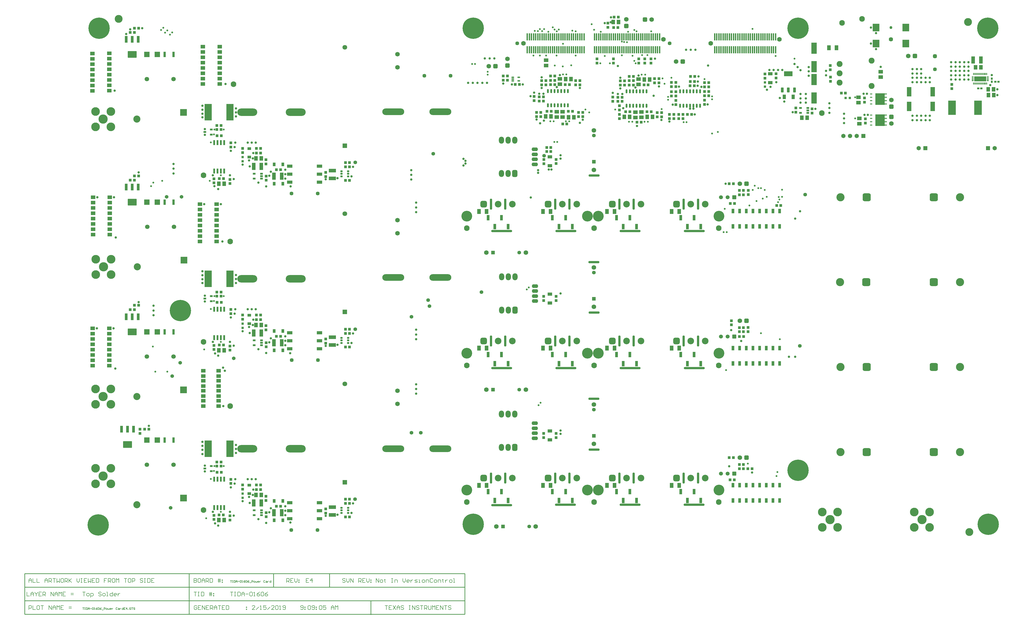
<source format=gts>
G04*
G04 #@! TF.GenerationSoftware,Altium Limited,Altium Designer,18.1.9 (240)*
G04*
G04 Layer_Color=8388736*
%FSAX25Y25*%
%MOIN*%
G70*
G01*
G75*
%ADD20C,0.01000*%
%ADD24C,0.00600*%
%ADD27C,0.00800*%
%ADD39C,0.12205*%
G04:AMPARAMS|DCode=60|XSize=31.89mil|YSize=16.14mil|CornerRadius=1.95mil|HoleSize=0mil|Usage=FLASHONLY|Rotation=0.000|XOffset=0mil|YOffset=0mil|HoleType=Round|Shape=RoundedRectangle|*
%AMROUNDEDRECTD60*
21,1,0.03189,0.01225,0,0,0.0*
21,1,0.02800,0.01614,0,0,0.0*
1,1,0.00389,0.01400,-0.00612*
1,1,0.00389,-0.01400,-0.00612*
1,1,0.00389,-0.01400,0.00612*
1,1,0.00389,0.01400,0.00612*
%
%ADD60ROUNDEDRECTD60*%
G04:AMPARAMS|DCode=83|XSize=137.01mil|YSize=175.98mil|CornerRadius=2.06mil|HoleSize=0mil|Usage=FLASHONLY|Rotation=0.000|XOffset=0mil|YOffset=0mil|HoleType=Round|Shape=RoundedRectangle|*
%AMROUNDEDRECTD83*
21,1,0.13701,0.17187,0,0,0.0*
21,1,0.13290,0.17598,0,0,0.0*
1,1,0.00411,0.06645,-0.08594*
1,1,0.00411,-0.06645,-0.08594*
1,1,0.00411,-0.06645,0.08594*
1,1,0.00411,0.06645,0.08594*
%
%ADD83ROUNDEDRECTD83*%
%ADD84R,0.00886X0.01614*%
%ADD85R,0.07874X0.04882*%
G04:AMPARAMS|DCode=86|XSize=35.43mil|YSize=33.47mil|CornerRadius=3.89mil|HoleSize=0mil|Usage=FLASHONLY|Rotation=90.000|XOffset=0mil|YOffset=0mil|HoleType=Round|Shape=RoundedRectangle|*
%AMROUNDEDRECTD86*
21,1,0.03543,0.02569,0,0,90.0*
21,1,0.02766,0.03347,0,0,90.0*
1,1,0.00778,0.01284,0.01383*
1,1,0.00778,0.01284,-0.01383*
1,1,0.00778,-0.01284,-0.01383*
1,1,0.00778,-0.01284,0.01383*
%
%ADD86ROUNDEDRECTD86*%
%ADD87R,0.11811X0.21654*%
%ADD88R,0.06693X0.14173*%
G04:AMPARAMS|DCode=89|XSize=169.29mil|YSize=78.74mil|CornerRadius=3.84mil|HoleSize=0mil|Usage=FLASHONLY|Rotation=90.000|XOffset=0mil|YOffset=0mil|HoleType=Round|Shape=RoundedRectangle|*
%AMROUNDEDRECTD89*
21,1,0.16929,0.07106,0,0,90.0*
21,1,0.16161,0.07874,0,0,90.0*
1,1,0.00768,0.03553,0.08081*
1,1,0.00768,0.03553,-0.08081*
1,1,0.00768,-0.03553,-0.08081*
1,1,0.00768,-0.03553,0.08081*
%
%ADD89ROUNDEDRECTD89*%
G04:AMPARAMS|DCode=90|XSize=43.31mil|YSize=65.35mil|CornerRadius=3.94mil|HoleSize=0mil|Usage=FLASHONLY|Rotation=0.000|XOffset=0mil|YOffset=0mil|HoleType=Round|Shape=RoundedRectangle|*
%AMROUNDEDRECTD90*
21,1,0.04331,0.05748,0,0,0.0*
21,1,0.03543,0.06535,0,0,0.0*
1,1,0.00787,0.01772,-0.02874*
1,1,0.00787,-0.01772,-0.02874*
1,1,0.00787,-0.01772,0.02874*
1,1,0.00787,0.01772,0.02874*
%
%ADD90ROUNDEDRECTD90*%
G04:AMPARAMS|DCode=91|XSize=43.31mil|YSize=78.74mil|CornerRadius=3.94mil|HoleSize=0mil|Usage=FLASHONLY|Rotation=180.000|XOffset=0mil|YOffset=0mil|HoleType=Round|Shape=RoundedRectangle|*
%AMROUNDEDRECTD91*
21,1,0.04331,0.07087,0,0,180.0*
21,1,0.03543,0.07874,0,0,180.0*
1,1,0.00787,-0.01772,0.03543*
1,1,0.00787,0.01772,0.03543*
1,1,0.00787,0.01772,-0.03543*
1,1,0.00787,-0.01772,-0.03543*
%
%ADD91ROUNDEDRECTD91*%
G04:AMPARAMS|DCode=92|XSize=27.56mil|YSize=43.31mil|CornerRadius=7.87mil|HoleSize=0mil|Usage=FLASHONLY|Rotation=270.000|XOffset=0mil|YOffset=0mil|HoleType=Round|Shape=RoundedRectangle|*
%AMROUNDEDRECTD92*
21,1,0.02756,0.02756,0,0,270.0*
21,1,0.01181,0.04331,0,0,270.0*
1,1,0.01575,-0.01378,-0.00591*
1,1,0.01575,-0.01378,0.00591*
1,1,0.01575,0.01378,0.00591*
1,1,0.01575,0.01378,-0.00591*
%
%ADD92ROUNDEDRECTD92*%
G04:AMPARAMS|DCode=93|XSize=43.31mil|YSize=98.43mil|CornerRadius=3.94mil|HoleSize=0mil|Usage=FLASHONLY|Rotation=0.000|XOffset=0mil|YOffset=0mil|HoleType=Round|Shape=RoundedRectangle|*
%AMROUNDEDRECTD93*
21,1,0.04331,0.09055,0,0,0.0*
21,1,0.03543,0.09843,0,0,0.0*
1,1,0.00787,0.01772,-0.04528*
1,1,0.00787,-0.01772,-0.04528*
1,1,0.00787,-0.01772,0.04528*
1,1,0.00787,0.01772,0.04528*
%
%ADD93ROUNDEDRECTD93*%
G04:AMPARAMS|DCode=94|XSize=133.86mil|YSize=98.43mil|CornerRadius=3.86mil|HoleSize=0mil|Usage=FLASHONLY|Rotation=0.000|XOffset=0mil|YOffset=0mil|HoleType=Round|Shape=RoundedRectangle|*
%AMROUNDEDRECTD94*
21,1,0.13386,0.09071,0,0,0.0*
21,1,0.12614,0.09843,0,0,0.0*
1,1,0.00772,0.06307,-0.04535*
1,1,0.00772,-0.06307,-0.04535*
1,1,0.00772,-0.06307,0.04535*
1,1,0.00772,0.06307,0.04535*
%
%ADD94ROUNDEDRECTD94*%
%ADD95R,0.05197X0.03996*%
%ADD96R,0.08268X0.08268*%
G04:AMPARAMS|DCode=97|XSize=13.78mil|YSize=33.47mil|CornerRadius=3.94mil|HoleSize=0mil|Usage=FLASHONLY|Rotation=180.000|XOffset=0mil|YOffset=0mil|HoleType=Round|Shape=RoundedRectangle|*
%AMROUNDEDRECTD97*
21,1,0.01378,0.02559,0,0,180.0*
21,1,0.00591,0.03347,0,0,180.0*
1,1,0.00787,-0.00295,0.01280*
1,1,0.00787,0.00295,0.01280*
1,1,0.00787,0.00295,-0.01280*
1,1,0.00787,-0.00295,-0.01280*
%
%ADD97ROUNDEDRECTD97*%
G04:AMPARAMS|DCode=98|XSize=13.78mil|YSize=27.56mil|CornerRadius=3.94mil|HoleSize=0mil|Usage=FLASHONLY|Rotation=90.000|XOffset=0mil|YOffset=0mil|HoleType=Round|Shape=RoundedRectangle|*
%AMROUNDEDRECTD98*
21,1,0.01378,0.01968,0,0,90.0*
21,1,0.00591,0.02756,0,0,90.0*
1,1,0.00787,0.00984,0.00295*
1,1,0.00787,0.00984,-0.00295*
1,1,0.00787,-0.00984,-0.00295*
1,1,0.00787,-0.00984,0.00295*
%
%ADD98ROUNDEDRECTD98*%
G04:AMPARAMS|DCode=99|XSize=74.8mil|YSize=181.1mil|CornerRadius=3.74mil|HoleSize=0mil|Usage=FLASHONLY|Rotation=90.000|XOffset=0mil|YOffset=0mil|HoleType=Round|Shape=RoundedRectangle|*
%AMROUNDEDRECTD99*
21,1,0.07480,0.17362,0,0,90.0*
21,1,0.06732,0.18110,0,0,90.0*
1,1,0.00748,0.08681,0.03366*
1,1,0.00748,0.08681,-0.03366*
1,1,0.00748,-0.08681,-0.03366*
1,1,0.00748,-0.08681,0.03366*
%
%ADD99ROUNDEDRECTD99*%
%ADD100R,0.03394X0.07894*%
%ADD101C,0.11811*%
%ADD102C,0.08898*%
G04:AMPARAMS|DCode=103|XSize=27.56mil|YSize=74.8mil|CornerRadius=3.98mil|HoleSize=0mil|Usage=FLASHONLY|Rotation=0.000|XOffset=0mil|YOffset=0mil|HoleType=Round|Shape=RoundedRectangle|*
%AMROUNDEDRECTD103*
21,1,0.02756,0.06685,0,0,0.0*
21,1,0.01961,0.07480,0,0,0.0*
1,1,0.00795,0.00980,-0.03343*
1,1,0.00795,-0.00980,-0.03343*
1,1,0.00795,-0.00980,0.03343*
1,1,0.00795,0.00980,0.03343*
%
%ADD103ROUNDEDRECTD103*%
G04:AMPARAMS|DCode=104|XSize=27.56mil|YSize=43.31mil|CornerRadius=3.98mil|HoleSize=0mil|Usage=FLASHONLY|Rotation=270.000|XOffset=0mil|YOffset=0mil|HoleType=Round|Shape=RoundedRectangle|*
%AMROUNDEDRECTD104*
21,1,0.02756,0.03535,0,0,270.0*
21,1,0.01961,0.04331,0,0,270.0*
1,1,0.00795,-0.01768,-0.00980*
1,1,0.00795,-0.01768,0.00980*
1,1,0.00795,0.01768,0.00980*
1,1,0.00795,0.01768,-0.00980*
%
%ADD104ROUNDEDRECTD104*%
G04:AMPARAMS|DCode=105|XSize=129.92mil|YSize=72.84mil|CornerRadius=4.04mil|HoleSize=0mil|Usage=FLASHONLY|Rotation=180.000|XOffset=0mil|YOffset=0mil|HoleType=Round|Shape=RoundedRectangle|*
%AMROUNDEDRECTD105*
21,1,0.12992,0.06476,0,0,180.0*
21,1,0.12185,0.07284,0,0,180.0*
1,1,0.00807,-0.06093,0.03238*
1,1,0.00807,0.06093,0.03238*
1,1,0.00807,0.06093,-0.03238*
1,1,0.00807,-0.06093,-0.03238*
%
%ADD105ROUNDEDRECTD105*%
G04:AMPARAMS|DCode=106|XSize=39.37mil|YSize=72.84mil|CornerRadius=3.92mil|HoleSize=0mil|Usage=FLASHONLY|Rotation=180.000|XOffset=0mil|YOffset=0mil|HoleType=Round|Shape=RoundedRectangle|*
%AMROUNDEDRECTD106*
21,1,0.03937,0.06500,0,0,180.0*
21,1,0.03154,0.07284,0,0,180.0*
1,1,0.00784,-0.01577,0.03250*
1,1,0.00784,0.01577,0.03250*
1,1,0.00784,0.01577,-0.03250*
1,1,0.00784,-0.01577,-0.03250*
%
%ADD106ROUNDEDRECTD106*%
G04:AMPARAMS|DCode=107|XSize=19.68mil|YSize=37.4mil|CornerRadius=3.94mil|HoleSize=0mil|Usage=FLASHONLY|Rotation=90.000|XOffset=0mil|YOffset=0mil|HoleType=Round|Shape=RoundedRectangle|*
%AMROUNDEDRECTD107*
21,1,0.01968,0.02953,0,0,90.0*
21,1,0.01181,0.03740,0,0,90.0*
1,1,0.00787,0.01476,0.00591*
1,1,0.00787,0.01476,-0.00591*
1,1,0.00787,-0.01476,-0.00591*
1,1,0.00787,-0.01476,0.00591*
%
%ADD107ROUNDEDRECTD107*%
G04:AMPARAMS|DCode=108|XSize=25.59mil|YSize=35.43mil|CornerRadius=3.92mil|HoleSize=0mil|Usage=FLASHONLY|Rotation=90.000|XOffset=0mil|YOffset=0mil|HoleType=Round|Shape=RoundedRectangle|*
%AMROUNDEDRECTD108*
21,1,0.02559,0.02760,0,0,90.0*
21,1,0.01776,0.03543,0,0,90.0*
1,1,0.00784,0.01380,0.00888*
1,1,0.00784,0.01380,-0.00888*
1,1,0.00784,-0.01380,-0.00888*
1,1,0.00784,-0.01380,0.00888*
%
%ADD108ROUNDEDRECTD108*%
%ADD109O,0.02756X0.06102*%
%ADD110R,0.09843X0.11417*%
%ADD111R,0.02362X0.11118*%
%ADD112R,0.11024X0.24803*%
%ADD113R,0.05512X0.11024*%
%ADD114R,0.06693X0.04724*%
%ADD115R,0.05512X0.07677*%
%ADD116R,0.05394X0.06694*%
%ADD117R,0.04134X0.04331*%
%ADD118R,0.03543X0.02756*%
%ADD119R,0.04331X0.04134*%
G04:AMPARAMS|DCode=120|XSize=35.43mil|YSize=33.47mil|CornerRadius=3.89mil|HoleSize=0mil|Usage=FLASHONLY|Rotation=180.000|XOffset=0mil|YOffset=0mil|HoleType=Round|Shape=RoundedRectangle|*
%AMROUNDEDRECTD120*
21,1,0.03543,0.02569,0,0,180.0*
21,1,0.02766,0.03347,0,0,180.0*
1,1,0.00778,-0.01383,0.01284*
1,1,0.00778,0.01383,0.01284*
1,1,0.00778,0.01383,-0.01284*
1,1,0.00778,-0.01383,-0.01284*
%
%ADD120ROUNDEDRECTD120*%
%ADD121R,0.06694X0.05394*%
%ADD122R,0.03996X0.05197*%
%ADD123R,0.11024X0.05512*%
%ADD124R,0.02756X0.03543*%
%ADD125R,0.04724X0.06693*%
%ADD126C,0.12992*%
%ADD127C,0.13792*%
G04:AMPARAMS|DCode=128|XSize=68.9mil|YSize=68.9mil|CornerRadius=18.21mil|HoleSize=0mil|Usage=FLASHONLY|Rotation=180.000|XOffset=0mil|YOffset=0mil|HoleType=Round|Shape=RoundedRectangle|*
%AMROUNDEDRECTD128*
21,1,0.06890,0.03248,0,0,180.0*
21,1,0.03248,0.06890,0,0,180.0*
1,1,0.03642,-0.01624,0.01624*
1,1,0.03642,0.01624,0.01624*
1,1,0.03642,0.01624,-0.01624*
1,1,0.03642,-0.01624,-0.01624*
%
%ADD128ROUNDEDRECTD128*%
%ADD129C,0.06890*%
G04:AMPARAMS|DCode=130|XSize=57.09mil|YSize=57.09mil|CornerRadius=15.26mil|HoleSize=0mil|Usage=FLASHONLY|Rotation=270.000|XOffset=0mil|YOffset=0mil|HoleType=Round|Shape=RoundedRectangle|*
%AMROUNDEDRECTD130*
21,1,0.05709,0.02657,0,0,270.0*
21,1,0.02657,0.05709,0,0,270.0*
1,1,0.03051,-0.01329,-0.01329*
1,1,0.03051,-0.01329,0.01329*
1,1,0.03051,0.01329,0.01329*
1,1,0.03051,0.01329,-0.01329*
%
%ADD130ROUNDEDRECTD130*%
%ADD131C,0.05709*%
%ADD132C,0.09894*%
G04:AMPARAMS|DCode=133|XSize=98.94mil|YSize=98.94mil|CornerRadius=25.72mil|HoleSize=0mil|Usage=FLASHONLY|Rotation=0.000|XOffset=0mil|YOffset=0mil|HoleType=Round|Shape=RoundedRectangle|*
%AMROUNDEDRECTD133*
21,1,0.09894,0.04750,0,0,0.0*
21,1,0.04750,0.09894,0,0,0.0*
1,1,0.05144,0.02375,-0.02375*
1,1,0.05144,-0.02375,-0.02375*
1,1,0.05144,-0.02375,0.02375*
1,1,0.05144,0.02375,0.02375*
%
%ADD133ROUNDEDRECTD133*%
%ADD134C,0.06496*%
%ADD135R,0.06496X0.06496*%
%ADD136R,0.10236X0.10236*%
%ADD137C,0.10630*%
%ADD138C,0.06693*%
G04:AMPARAMS|DCode=139|XSize=122.05mil|YSize=122.05mil|CornerRadius=31.5mil|HoleSize=0mil|Usage=FLASHONLY|Rotation=180.000|XOffset=0mil|YOffset=0mil|HoleType=Round|Shape=RoundedRectangle|*
%AMROUNDEDRECTD139*
21,1,0.12205,0.05906,0,0,180.0*
21,1,0.05906,0.12205,0,0,180.0*
1,1,0.06299,-0.02953,0.02953*
1,1,0.06299,0.02953,0.02953*
1,1,0.06299,0.02953,-0.02953*
1,1,0.06299,-0.02953,-0.02953*
%
%ADD139ROUNDEDRECTD139*%
%ADD140C,0.05906*%
G04:AMPARAMS|DCode=141|XSize=59.06mil|YSize=59.06mil|CornerRadius=3.9mil|HoleSize=0mil|Usage=FLASHONLY|Rotation=90.000|XOffset=0mil|YOffset=0mil|HoleType=Round|Shape=RoundedRectangle|*
%AMROUNDEDRECTD141*
21,1,0.05906,0.05126,0,0,90.0*
21,1,0.05126,0.05906,0,0,90.0*
1,1,0.00780,0.02563,0.02563*
1,1,0.00780,0.02563,-0.02563*
1,1,0.00780,-0.02563,-0.02563*
1,1,0.00780,-0.02563,0.02563*
%
%ADD141ROUNDEDRECTD141*%
%ADD142C,0.08394*%
%ADD143C,0.16142*%
%ADD144C,0.04331*%
%ADD145C,0.06394*%
%ADD146C,0.07000*%
%ADD147C,0.05701*%
G04:AMPARAMS|DCode=148|XSize=103.94mil|YSize=78.74mil|CornerRadius=20.67mil|HoleSize=0mil|Usage=FLASHONLY|Rotation=270.000|XOffset=0mil|YOffset=0mil|HoleType=Round|Shape=RoundedRectangle|*
%AMROUNDEDRECTD148*
21,1,0.10394,0.03740,0,0,270.0*
21,1,0.06260,0.07874,0,0,270.0*
1,1,0.04134,-0.01870,-0.03130*
1,1,0.04134,-0.01870,0.03130*
1,1,0.04134,0.01870,0.03130*
1,1,0.04134,0.01870,-0.03130*
%
%ADD148ROUNDEDRECTD148*%
%ADD149O,0.07874X0.10394*%
%ADD150O,0.09449X0.05512*%
%ADD151R,0.07087X0.07087*%
%ADD152C,0.07087*%
%ADD153C,0.05512*%
%ADD154R,0.05512X0.05512*%
%ADD155O,0.29921X0.11024*%
%ADD156O,0.32874X0.09843*%
G04:AMPARAMS|DCode=157|XSize=68.9mil|YSize=68.9mil|CornerRadius=18.21mil|HoleSize=0mil|Usage=FLASHONLY|Rotation=90.000|XOffset=0mil|YOffset=0mil|HoleType=Round|Shape=RoundedRectangle|*
%AMROUNDEDRECTD157*
21,1,0.06890,0.03248,0,0,90.0*
21,1,0.03248,0.06890,0,0,90.0*
1,1,0.03642,0.01624,0.01624*
1,1,0.03642,0.01624,-0.01624*
1,1,0.03642,-0.01624,-0.01624*
1,1,0.03642,-0.01624,0.01624*
%
%ADD157ROUNDEDRECTD157*%
%ADD158R,0.05512X0.05512*%
%ADD159C,0.31890*%
%ADD160O,0.31600X0.03600*%
%ADD161O,0.03600X0.16600*%
%ADD162O,0.16600X0.03600*%
%ADD163C,0.02362*%
%ADD164C,0.05594*%
%ADD165C,0.02794*%
%ADD166C,0.03594*%
%ADD167C,0.05394*%
G54D20*
X0497200Y0080717D02*
Y0101050D01*
X0413200Y0080717D02*
Y0101050D01*
X0040000Y0080717D02*
X0700200D01*
X0040000Y0060383D02*
X0700000D01*
X0040000Y0040050D02*
X0440500D01*
X0040050Y0101050D02*
X0700200D01*
X0040050Y0040050D02*
Y0101050D01*
Y0040050D02*
X0197600D01*
X0040000D02*
Y0101050D01*
X0286500Y0040050D02*
Y0101050D01*
X0700200Y0040050D02*
Y0101050D01*
X0440500Y0040050D02*
X0700200D01*
X0559400Y0039400D02*
Y0059683D01*
G54D24*
X0126900Y0049966D02*
X0128899D01*
X0127900D01*
Y0046966D01*
X0129899Y0049966D02*
X0130899D01*
X0130399D01*
Y0046966D01*
X0129899D01*
X0130899D01*
X0132398Y0049966D02*
Y0046966D01*
X0133898D01*
X0134398Y0047466D01*
Y0049466D01*
X0133898Y0049966D01*
X0132398D01*
X0135397Y0046966D02*
Y0048966D01*
X0136397Y0049966D01*
X0137397Y0048966D01*
Y0046966D01*
Y0048466D01*
X0135397D01*
X0138396D02*
X0140396D01*
X0141395Y0049466D02*
X0141895Y0049966D01*
X0142895D01*
X0143395Y0049466D01*
Y0047466D01*
X0142895Y0046966D01*
X0141895D01*
X0141395Y0047466D01*
Y0049466D01*
X0144394Y0046966D02*
X0145394D01*
X0144894D01*
Y0049966D01*
X0144394Y0049466D01*
X0148893Y0049966D02*
X0147893Y0049466D01*
X0146894Y0048466D01*
Y0047466D01*
X0147393Y0046966D01*
X0148393D01*
X0148893Y0047466D01*
Y0047966D01*
X0148393Y0048466D01*
X0146894D01*
X0149893Y0049466D02*
X0150392Y0049966D01*
X0151392D01*
X0151892Y0049466D01*
Y0047466D01*
X0151392Y0046966D01*
X0150392D01*
X0149893Y0047466D01*
Y0049466D01*
X0154891Y0049966D02*
X0153891Y0049466D01*
X0152892Y0048466D01*
Y0047466D01*
X0153391Y0046966D01*
X0154391D01*
X0154891Y0047466D01*
Y0047966D01*
X0154391Y0048466D01*
X0152892D01*
X0155891Y0046467D02*
X0157890D01*
X0158890Y0046966D02*
Y0049966D01*
X0160389D01*
X0160889Y0049466D01*
Y0048466D01*
X0160389Y0047966D01*
X0158890D01*
X0162389Y0046966D02*
X0163388D01*
X0163888Y0047466D01*
Y0048466D01*
X0163388Y0048966D01*
X0162389D01*
X0161889Y0048466D01*
Y0047466D01*
X0162389Y0046966D01*
X0164888Y0048966D02*
Y0047466D01*
X0165388Y0046966D01*
X0165887Y0047466D01*
X0166387Y0046966D01*
X0166887Y0047466D01*
Y0048966D01*
X0169386Y0046966D02*
X0168387D01*
X0167887Y0047466D01*
Y0048466D01*
X0168387Y0048966D01*
X0169386D01*
X0169886Y0048466D01*
Y0047966D01*
X0167887D01*
X0170886Y0048966D02*
Y0046966D01*
Y0047966D01*
X0171386Y0048466D01*
X0171885Y0048966D01*
X0172385D01*
X0178883Y0049466D02*
X0178383Y0049966D01*
X0177384D01*
X0176884Y0049466D01*
Y0047466D01*
X0177384Y0046966D01*
X0178383D01*
X0178883Y0047466D01*
X0180383Y0048966D02*
X0181382D01*
X0181882Y0048466D01*
Y0046966D01*
X0180383D01*
X0179883Y0047466D01*
X0180383Y0047966D01*
X0181882D01*
X0182882Y0048966D02*
Y0046966D01*
Y0047966D01*
X0183382Y0048466D01*
X0183882Y0048966D01*
X0184381D01*
X0187880Y0049966D02*
Y0046966D01*
X0186381D01*
X0185881Y0047466D01*
Y0048466D01*
X0186381Y0048966D01*
X0187880D01*
X0190879Y0049966D02*
X0188880D01*
Y0046966D01*
X0190879D01*
X0188880Y0048466D02*
X0189880D01*
X0193378Y0046966D02*
Y0049966D01*
X0191879Y0048466D01*
X0193878D01*
X0194878Y0046966D02*
Y0047466D01*
X0195378D01*
Y0046966D01*
X0194878D01*
X0199376Y0049466D02*
X0198877Y0049966D01*
X0197877D01*
X0197377Y0049466D01*
Y0047466D01*
X0197877Y0046966D01*
X0198877D01*
X0199376Y0047466D01*
Y0048466D01*
X0198377D01*
X0200376Y0049966D02*
X0202376D01*
X0201376D01*
Y0046966D01*
X0205375Y0049466D02*
X0204875Y0049966D01*
X0203875D01*
X0203375Y0049466D01*
Y0048966D01*
X0203875Y0048466D01*
X0204875D01*
X0205375Y0047966D01*
Y0047466D01*
X0204875Y0046966D01*
X0203875D01*
X0203375Y0047466D01*
X0348550Y0090832D02*
X0350549D01*
X0349550D01*
Y0087833D01*
X0351549Y0090832D02*
X0352549D01*
X0352049D01*
Y0087833D01*
X0351549D01*
X0352549D01*
X0354048Y0090832D02*
Y0087833D01*
X0355548D01*
X0356048Y0088333D01*
Y0090333D01*
X0355548Y0090832D01*
X0354048D01*
X0357047Y0087833D02*
Y0089833D01*
X0358047Y0090832D01*
X0359047Y0089833D01*
Y0087833D01*
Y0089333D01*
X0357047D01*
X0360046D02*
X0362046D01*
X0363045Y0090333D02*
X0363545Y0090832D01*
X0364545D01*
X0365045Y0090333D01*
Y0088333D01*
X0364545Y0087833D01*
X0363545D01*
X0363045Y0088333D01*
Y0090333D01*
X0366044Y0087833D02*
X0367044D01*
X0366544D01*
Y0090832D01*
X0366044Y0090333D01*
X0370543Y0090832D02*
X0369543Y0090333D01*
X0368544Y0089333D01*
Y0088333D01*
X0369043Y0087833D01*
X0370043D01*
X0370543Y0088333D01*
Y0088833D01*
X0370043Y0089333D01*
X0368544D01*
X0371543Y0090333D02*
X0372042Y0090832D01*
X0373042D01*
X0373542Y0090333D01*
Y0088333D01*
X0373042Y0087833D01*
X0372042D01*
X0371543Y0088333D01*
Y0090333D01*
X0376541Y0090832D02*
X0375541Y0090333D01*
X0374542Y0089333D01*
Y0088333D01*
X0375041Y0087833D01*
X0376041D01*
X0376541Y0088333D01*
Y0088833D01*
X0376041Y0089333D01*
X0374542D01*
X0377541Y0087334D02*
X0379540D01*
X0380540Y0087833D02*
Y0090832D01*
X0382039D01*
X0382539Y0090333D01*
Y0089333D01*
X0382039Y0088833D01*
X0380540D01*
X0384038Y0087833D02*
X0385038D01*
X0385538Y0088333D01*
Y0089333D01*
X0385038Y0089833D01*
X0384038D01*
X0383539Y0089333D01*
Y0088333D01*
X0384038Y0087833D01*
X0386538Y0089833D02*
Y0088333D01*
X0387038Y0087833D01*
X0387537Y0088333D01*
X0388037Y0087833D01*
X0388537Y0088333D01*
Y0089833D01*
X0391036Y0087833D02*
X0390037D01*
X0389537Y0088333D01*
Y0089333D01*
X0390037Y0089833D01*
X0391036D01*
X0391536Y0089333D01*
Y0088833D01*
X0389537D01*
X0392536Y0089833D02*
Y0087833D01*
Y0088833D01*
X0393036Y0089333D01*
X0393535Y0089833D01*
X0394035D01*
X0400533Y0090333D02*
X0400033Y0090832D01*
X0399034D01*
X0398534Y0090333D01*
Y0088333D01*
X0399034Y0087833D01*
X0400033D01*
X0400533Y0088333D01*
X0402033Y0089833D02*
X0403032D01*
X0403532Y0089333D01*
Y0087833D01*
X0402033D01*
X0401533Y0088333D01*
X0402033Y0088833D01*
X0403532D01*
X0404532Y0089833D02*
Y0087833D01*
Y0088833D01*
X0405032Y0089333D01*
X0405532Y0089833D01*
X0406031D01*
X0409530Y0090832D02*
Y0087833D01*
X0408031D01*
X0407531Y0088333D01*
Y0089333D01*
X0408031Y0089833D01*
X0409530D01*
G54D27*
X0126900Y0073549D02*
X0130899D01*
X0128899D01*
Y0067551D01*
X0133898D02*
X0135897D01*
X0136897Y0068550D01*
Y0070550D01*
X0135897Y0071549D01*
X0133898D01*
X0132898Y0070550D01*
Y0068550D01*
X0133898Y0067551D01*
X0138896Y0065551D02*
Y0071549D01*
X0141895D01*
X0142895Y0070550D01*
Y0068550D01*
X0141895Y0067551D01*
X0138896D01*
X0154891Y0072549D02*
X0153891Y0073549D01*
X0151892D01*
X0150892Y0072549D01*
Y0071549D01*
X0151892Y0070550D01*
X0153891D01*
X0154891Y0069550D01*
Y0068550D01*
X0153891Y0067551D01*
X0151892D01*
X0150892Y0068550D01*
X0157890Y0067551D02*
X0159889D01*
X0160889Y0068550D01*
Y0070550D01*
X0159889Y0071549D01*
X0157890D01*
X0156890Y0070550D01*
Y0068550D01*
X0157890Y0067551D01*
X0162888D02*
X0164888D01*
X0163888D01*
Y0073549D01*
X0162888D01*
X0171885D02*
Y0067551D01*
X0168886D01*
X0167887Y0068550D01*
Y0070550D01*
X0168886Y0071549D01*
X0171885D01*
X0176884Y0067551D02*
X0174884D01*
X0173885Y0068550D01*
Y0070550D01*
X0174884Y0071549D01*
X0176884D01*
X0177884Y0070550D01*
Y0069550D01*
X0173885D01*
X0179883Y0071549D02*
Y0067551D01*
Y0069550D01*
X0180883Y0070550D01*
X0181882Y0071549D01*
X0182882D01*
X0126900Y0073549D02*
X0130899D01*
X0128899D01*
Y0067551D01*
X0133898D02*
X0135897D01*
X0136897Y0068550D01*
Y0070550D01*
X0135897Y0071549D01*
X0133898D01*
X0132898Y0070550D01*
Y0068550D01*
X0133898Y0067551D01*
X0138896Y0065551D02*
Y0071549D01*
X0141895D01*
X0142895Y0070550D01*
Y0068550D01*
X0141895Y0067551D01*
X0138896D01*
X0154891Y0072549D02*
X0153891Y0073549D01*
X0151892D01*
X0150892Y0072549D01*
Y0071549D01*
X0151892Y0070550D01*
X0153891D01*
X0154891Y0069550D01*
Y0068550D01*
X0153891Y0067551D01*
X0151892D01*
X0150892Y0068550D01*
X0157890Y0067551D02*
X0159889D01*
X0160889Y0068550D01*
Y0070550D01*
X0159889Y0071549D01*
X0157890D01*
X0156890Y0070550D01*
Y0068550D01*
X0157890Y0067551D01*
X0162888D02*
X0164888D01*
X0163888D01*
Y0073549D01*
X0162888D01*
X0171885D02*
Y0067551D01*
X0168886D01*
X0167887Y0068550D01*
Y0070550D01*
X0168886Y0071549D01*
X0171885D01*
X0176884Y0067551D02*
X0174884D01*
X0173885Y0068550D01*
Y0070550D01*
X0174884Y0071549D01*
X0176884D01*
X0177884Y0070550D01*
Y0069550D01*
X0173885D01*
X0179883Y0071549D02*
Y0067551D01*
Y0069550D01*
X0180883Y0070550D01*
X0181882Y0071549D01*
X0182882D01*
X0043250Y0073349D02*
Y0067351D01*
X0047249D01*
X0049248D02*
Y0071349D01*
X0051247Y0073349D01*
X0053247Y0071349D01*
Y0067351D01*
Y0070350D01*
X0049248D01*
X0055246Y0073349D02*
Y0072349D01*
X0057245Y0070350D01*
X0059245Y0072349D01*
Y0073349D01*
X0057245Y0070350D02*
Y0067351D01*
X0065243Y0073349D02*
X0061244D01*
Y0067351D01*
X0065243D01*
X0061244Y0070350D02*
X0063244D01*
X0067242Y0067351D02*
Y0073349D01*
X0070241D01*
X0071241Y0072349D01*
Y0070350D01*
X0070241Y0069350D01*
X0067242D01*
X0069242D02*
X0071241Y0067351D01*
X0079238D02*
Y0073349D01*
X0083237Y0067351D01*
Y0073349D01*
X0085236Y0067351D02*
Y0071349D01*
X0087236Y0073349D01*
X0089235Y0071349D01*
Y0067351D01*
Y0070350D01*
X0085236D01*
X0091234Y0067351D02*
Y0073349D01*
X0093234Y0071349D01*
X0095233Y0073349D01*
Y0067351D01*
X0101231Y0073349D02*
X0097233D01*
Y0067351D01*
X0101231D01*
X0097233Y0070350D02*
X0099232D01*
X0109229Y0069350D02*
X0113227D01*
X0109229Y0071349D02*
X0113227D01*
X0567400Y0087833D02*
Y0093831D01*
X0571399Y0087833D01*
Y0093831D01*
X0574398Y0087833D02*
X0576397D01*
X0577397Y0088833D01*
Y0090832D01*
X0576397Y0091832D01*
X0574398D01*
X0573398Y0090832D01*
Y0088833D01*
X0574398Y0087833D01*
X0580396Y0092832D02*
Y0091832D01*
X0579396D01*
X0581395D01*
X0580396D01*
Y0088833D01*
X0581395Y0087833D01*
X0590393Y0093831D02*
X0592392D01*
X0591392D01*
Y0087833D01*
X0590393D01*
X0592392D01*
X0595391D02*
Y0091832D01*
X0598390D01*
X0599390Y0090832D01*
Y0087833D01*
X0607387Y0093831D02*
Y0089833D01*
X0609386Y0087833D01*
X0611386Y0089833D01*
Y0093831D01*
X0616384Y0087833D02*
X0614385D01*
X0613385Y0088833D01*
Y0090832D01*
X0614385Y0091832D01*
X0616384D01*
X0617384Y0090832D01*
Y0089833D01*
X0613385D01*
X0619383Y0091832D02*
Y0087833D01*
Y0089833D01*
X0620383Y0090832D01*
X0621383Y0091832D01*
X0622382D01*
X0625381Y0087833D02*
X0628380D01*
X0629380Y0088833D01*
X0628380Y0089833D01*
X0626381D01*
X0625381Y0090832D01*
X0626381Y0091832D01*
X0629380D01*
X0631379Y0087833D02*
X0633379D01*
X0632379D01*
Y0091832D01*
X0631379D01*
X0637377Y0087833D02*
X0639377D01*
X0640376Y0088833D01*
Y0090832D01*
X0639377Y0091832D01*
X0637377D01*
X0636378Y0090832D01*
Y0088833D01*
X0637377Y0087833D01*
X0642376D02*
Y0091832D01*
X0645375D01*
X0646374Y0090832D01*
Y0087833D01*
X0652373Y0092832D02*
X0651373Y0093831D01*
X0649373D01*
X0648374Y0092832D01*
Y0088833D01*
X0649373Y0087833D01*
X0651373D01*
X0652373Y0088833D01*
X0655372Y0087833D02*
X0657371D01*
X0658371Y0088833D01*
Y0090832D01*
X0657371Y0091832D01*
X0655372D01*
X0654372Y0090832D01*
Y0088833D01*
X0655372Y0087833D01*
X0660370D02*
Y0091832D01*
X0663369D01*
X0664369Y0090832D01*
Y0087833D01*
X0667368Y0092832D02*
Y0091832D01*
X0666368D01*
X0668367D01*
X0667368D01*
Y0088833D01*
X0668367Y0087833D01*
X0671366Y0091832D02*
Y0087833D01*
Y0089833D01*
X0672366Y0090832D01*
X0673366Y0091832D01*
X0674365D01*
X0678364Y0087833D02*
X0680364D01*
X0681363Y0088833D01*
Y0090832D01*
X0680364Y0091832D01*
X0678364D01*
X0677364Y0090832D01*
Y0088833D01*
X0678364Y0087833D01*
X0683362D02*
X0685362D01*
X0684362D01*
Y0093831D01*
X0683362D01*
X0520799Y0092832D02*
X0519799Y0093831D01*
X0517800D01*
X0516800Y0092832D01*
Y0091832D01*
X0517800Y0090832D01*
X0519799D01*
X0520799Y0089833D01*
Y0088833D01*
X0519799Y0087833D01*
X0517800D01*
X0516800Y0088833D01*
X0522798Y0093831D02*
Y0089833D01*
X0524797Y0087833D01*
X0526797Y0089833D01*
Y0093831D01*
X0528796Y0087833D02*
Y0093831D01*
X0532795Y0087833D01*
Y0093831D01*
X0540792Y0087833D02*
Y0093831D01*
X0543791D01*
X0544791Y0092832D01*
Y0090832D01*
X0543791Y0089833D01*
X0540792D01*
X0542792D02*
X0544791Y0087833D01*
X0550789Y0093831D02*
X0546790D01*
Y0087833D01*
X0550789D01*
X0546790Y0090832D02*
X0548790D01*
X0552788Y0093831D02*
Y0089833D01*
X0554788Y0087833D01*
X0556787Y0089833D01*
Y0093831D01*
X0558786Y0091832D02*
X0559786D01*
Y0090832D01*
X0558786D01*
Y0091832D01*
Y0088833D02*
X0559786D01*
Y0087833D01*
X0558786D01*
Y0088833D01*
X0433000Y0087833D02*
Y0093831D01*
X0435999D01*
X0436999Y0092832D01*
Y0090832D01*
X0435999Y0089833D01*
X0433000D01*
X0434999D02*
X0436999Y0087833D01*
X0442997Y0093831D02*
X0438998D01*
Y0087833D01*
X0442997D01*
X0438998Y0090832D02*
X0440997D01*
X0444996Y0093831D02*
Y0089833D01*
X0446995Y0087833D01*
X0448995Y0089833D01*
Y0093831D01*
X0450994Y0091832D02*
X0451994D01*
Y0090832D01*
X0450994D01*
Y0091832D01*
Y0088833D02*
X0451994D01*
Y0087833D01*
X0450994D01*
Y0088833D01*
X0385149Y0046966D02*
X0381150D01*
X0385149Y0050965D01*
Y0051965D01*
X0384149Y0052965D01*
X0382150D01*
X0381150Y0051965D01*
X0387148Y0046966D02*
X0391147Y0050965D01*
X0393146Y0046966D02*
X0395146D01*
X0394146D01*
Y0052965D01*
X0393146Y0051965D01*
X0402143Y0052965D02*
X0398145D01*
Y0049966D01*
X0400144Y0050965D01*
X0401144D01*
X0402143Y0049966D01*
Y0047966D01*
X0401144Y0046966D01*
X0399144D01*
X0398145Y0047966D01*
X0404143Y0046966D02*
X0408141Y0050965D01*
X0414139Y0046966D02*
X0410141D01*
X0414139Y0050965D01*
Y0051965D01*
X0413140Y0052965D01*
X0411140D01*
X0410141Y0051965D01*
X0416139D02*
X0417138Y0052965D01*
X0419138D01*
X0420137Y0051965D01*
Y0047966D01*
X0419138Y0046966D01*
X0417138D01*
X0416139Y0047966D01*
Y0051965D01*
X0422137Y0046966D02*
X0424136D01*
X0423136D01*
Y0052965D01*
X0422137Y0051965D01*
X0427135Y0047966D02*
X0428135Y0046966D01*
X0430134D01*
X0431134Y0047966D01*
Y0051965D01*
X0430134Y0052965D01*
X0428135D01*
X0427135Y0051965D01*
Y0050965D01*
X0428135Y0049966D01*
X0431134D01*
X0298199Y0051965D02*
X0297199Y0052965D01*
X0295200D01*
X0294200Y0051965D01*
Y0047966D01*
X0295200Y0046966D01*
X0297199D01*
X0298199Y0047966D01*
Y0049966D01*
X0296199D01*
X0304197Y0052965D02*
X0300198D01*
Y0046966D01*
X0304197D01*
X0300198Y0049966D02*
X0302197D01*
X0306196Y0046966D02*
Y0052965D01*
X0310195Y0046966D01*
Y0052965D01*
X0316193D02*
X0312194D01*
Y0046966D01*
X0316193D01*
X0312194Y0049966D02*
X0314194D01*
X0318192Y0046966D02*
Y0052965D01*
X0321191D01*
X0322191Y0051965D01*
Y0049966D01*
X0321191Y0048966D01*
X0318192D01*
X0320192D02*
X0322191Y0046966D01*
X0324190D02*
Y0050965D01*
X0326190Y0052965D01*
X0328189Y0050965D01*
Y0046966D01*
Y0049966D01*
X0324190D01*
X0330188Y0052965D02*
X0334187D01*
X0332188D01*
Y0046966D01*
X0340185Y0052965D02*
X0336186D01*
Y0046966D01*
X0340185D01*
X0336186Y0049966D02*
X0338186D01*
X0342184Y0052965D02*
Y0046966D01*
X0345183D01*
X0346183Y0047966D01*
Y0051965D01*
X0345183Y0052965D01*
X0342184D01*
X0372175Y0050965D02*
X0373175D01*
Y0049966D01*
X0372175D01*
Y0050965D01*
Y0047966D02*
X0373175D01*
Y0046966D01*
X0372175D01*
Y0047966D01*
X0046350Y0087833D02*
Y0091832D01*
X0048349Y0093831D01*
X0050349Y0091832D01*
Y0087833D01*
Y0090832D01*
X0046350D01*
X0052348Y0093831D02*
Y0087833D01*
X0056347D01*
X0058346Y0093831D02*
Y0087833D01*
X0062345D01*
X0070342D02*
Y0091832D01*
X0072342Y0093831D01*
X0074341Y0091832D01*
Y0087833D01*
Y0090832D01*
X0070342D01*
X0076340Y0087833D02*
Y0093831D01*
X0079339D01*
X0080339Y0092832D01*
Y0090832D01*
X0079339Y0089833D01*
X0076340D01*
X0078340D02*
X0080339Y0087833D01*
X0082338Y0093831D02*
X0086337D01*
X0084338D01*
Y0087833D01*
X0088336Y0093831D02*
Y0087833D01*
X0090336Y0089833D01*
X0092335Y0087833D01*
Y0093831D01*
X0097334D02*
X0095334D01*
X0094335Y0092832D01*
Y0088833D01*
X0095334Y0087833D01*
X0097334D01*
X0098333Y0088833D01*
Y0092832D01*
X0097334Y0093831D01*
X0100332Y0087833D02*
Y0093831D01*
X0103332D01*
X0104331Y0092832D01*
Y0090832D01*
X0103332Y0089833D01*
X0100332D01*
X0102332D02*
X0104331Y0087833D01*
X0106331Y0093831D02*
Y0087833D01*
Y0089833D01*
X0110329Y0093831D01*
X0107330Y0090832D01*
X0110329Y0087833D01*
X0118327Y0093831D02*
Y0089833D01*
X0120326Y0087833D01*
X0122325Y0089833D01*
Y0093831D01*
X0124325D02*
X0126324D01*
X0125324D01*
Y0087833D01*
X0124325D01*
X0126324D01*
X0133322Y0093831D02*
X0129323D01*
Y0087833D01*
X0133322D01*
X0129323Y0090832D02*
X0131323D01*
X0135321Y0093831D02*
Y0087833D01*
X0137321Y0089833D01*
X0139320Y0087833D01*
Y0093831D01*
X0145318D02*
X0141319D01*
Y0087833D01*
X0145318D01*
X0141319Y0090832D02*
X0143319D01*
X0147317Y0093831D02*
Y0087833D01*
X0150316D01*
X0151316Y0088833D01*
Y0092832D01*
X0150316Y0093831D01*
X0147317D01*
X0163312D02*
X0159313D01*
Y0090832D01*
X0161313D01*
X0159313D01*
Y0087833D01*
X0165312D02*
Y0093831D01*
X0168310D01*
X0169310Y0092832D01*
Y0090832D01*
X0168310Y0089833D01*
X0165312D01*
X0167311D02*
X0169310Y0087833D01*
X0174309Y0093831D02*
X0172309D01*
X0171310Y0092832D01*
Y0088833D01*
X0172309Y0087833D01*
X0174309D01*
X0175308Y0088833D01*
Y0092832D01*
X0174309Y0093831D01*
X0177308Y0087833D02*
Y0093831D01*
X0179307Y0091832D01*
X0181306Y0093831D01*
Y0087833D01*
X0189304Y0093831D02*
X0193303D01*
X0191303D01*
Y0087833D01*
X0198301Y0093831D02*
X0196301D01*
X0195302Y0092832D01*
Y0088833D01*
X0196301Y0087833D01*
X0198301D01*
X0199301Y0088833D01*
Y0092832D01*
X0198301Y0093831D01*
X0201300Y0087833D02*
Y0093831D01*
X0204299D01*
X0205299Y0092832D01*
Y0090832D01*
X0204299Y0089833D01*
X0201300D01*
X0217295Y0092832D02*
X0216295Y0093831D01*
X0214296D01*
X0213296Y0092832D01*
Y0091832D01*
X0214296Y0090832D01*
X0216295D01*
X0217295Y0089833D01*
Y0088833D01*
X0216295Y0087833D01*
X0214296D01*
X0213296Y0088833D01*
X0219294Y0093831D02*
X0221293D01*
X0220294D01*
Y0087833D01*
X0219294D01*
X0221293D01*
X0224292Y0093831D02*
Y0087833D01*
X0227291D01*
X0228291Y0088833D01*
Y0092832D01*
X0227291Y0093831D01*
X0224292D01*
X0234289D02*
X0230291D01*
Y0087833D01*
X0234289D01*
X0230291Y0090832D02*
X0232290D01*
X0466149Y0093831D02*
X0462150D01*
Y0087833D01*
X0466149D01*
X0462150Y0090832D02*
X0464149D01*
X0471147Y0087833D02*
Y0093831D01*
X0468148Y0090832D01*
X0472147D01*
X0294000Y0093831D02*
Y0087833D01*
X0296999D01*
X0297999Y0088833D01*
Y0089833D01*
X0296999Y0090832D01*
X0294000D01*
X0296999D01*
X0297999Y0091832D01*
Y0092832D01*
X0296999Y0093831D01*
X0294000D01*
X0302997D02*
X0300998D01*
X0299998Y0092832D01*
Y0088833D01*
X0300998Y0087833D01*
X0302997D01*
X0303997Y0088833D01*
Y0092832D01*
X0302997Y0093831D01*
X0305996Y0087833D02*
Y0091832D01*
X0307996Y0093831D01*
X0309995Y0091832D01*
Y0087833D01*
Y0090832D01*
X0305996D01*
X0311994Y0087833D02*
Y0093831D01*
X0314993D01*
X0315993Y0092832D01*
Y0090832D01*
X0314993Y0089833D01*
X0311994D01*
X0313994D02*
X0315993Y0087833D01*
X0317992Y0093831D02*
Y0087833D01*
X0320991D01*
X0321991Y0088833D01*
Y0092832D01*
X0320991Y0093831D01*
X0317992D01*
X0330988Y0087833D02*
Y0093831D01*
X0332987D02*
Y0087833D01*
X0329988Y0091832D02*
X0332987D01*
X0333987D01*
X0329988Y0089833D02*
X0333987D01*
X0335986Y0091832D02*
X0336986D01*
Y0090832D01*
X0335986D01*
Y0091832D01*
Y0088833D02*
X0336986D01*
Y0087833D01*
X0335986D01*
Y0088833D01*
X0046350Y0046966D02*
Y0052965D01*
X0049349D01*
X0050349Y0051965D01*
Y0049966D01*
X0049349Y0048966D01*
X0046350D01*
X0052348Y0052965D02*
Y0046966D01*
X0056347D01*
X0061345Y0052965D02*
X0059346D01*
X0058346Y0051965D01*
Y0047966D01*
X0059346Y0046966D01*
X0061345D01*
X0062345Y0047966D01*
Y0051965D01*
X0061345Y0052965D01*
X0064344D02*
X0068343D01*
X0066343D01*
Y0046966D01*
X0076340D02*
Y0052965D01*
X0080339Y0046966D01*
Y0052965D01*
X0082338Y0046966D02*
Y0050965D01*
X0084338Y0052965D01*
X0086337Y0050965D01*
Y0046966D01*
Y0049966D01*
X0082338D01*
X0088336Y0046966D02*
Y0052965D01*
X0090336Y0050965D01*
X0092335Y0052965D01*
Y0046966D01*
X0098333Y0052965D02*
X0094335D01*
Y0046966D01*
X0098333D01*
X0094335Y0049966D02*
X0096334D01*
X0106331Y0048966D02*
X0110329D01*
X0106331Y0050965D02*
X0110329D01*
X0454050Y0047966D02*
X0455050Y0046966D01*
X0457049D01*
X0458049Y0047966D01*
Y0051965D01*
X0457049Y0052965D01*
X0455050D01*
X0454050Y0051965D01*
Y0050965D01*
X0455050Y0049966D01*
X0458049D01*
X0460048Y0050965D02*
X0461048D01*
Y0049966D01*
X0460048D01*
Y0050965D01*
Y0047966D02*
X0461048D01*
Y0046966D01*
X0460048D01*
Y0047966D01*
X0465046Y0051965D02*
X0466046Y0052965D01*
X0468046D01*
X0469045Y0051965D01*
Y0047966D01*
X0468046Y0046966D01*
X0466046D01*
X0465046Y0047966D01*
Y0051965D01*
X0471044Y0047966D02*
X0472044Y0046966D01*
X0474044D01*
X0475043Y0047966D01*
Y0051965D01*
X0474044Y0052965D01*
X0472044D01*
X0471044Y0051965D01*
Y0050965D01*
X0472044Y0049966D01*
X0475043D01*
X0477043Y0050965D02*
X0478042D01*
Y0049966D01*
X0477043D01*
Y0050965D01*
Y0047966D02*
X0478042D01*
Y0046966D01*
X0477043D01*
Y0047966D01*
X0482041Y0051965D02*
X0483041Y0052965D01*
X0485040D01*
X0486040Y0051965D01*
Y0047966D01*
X0485040Y0046966D01*
X0483041D01*
X0482041Y0047966D01*
Y0051965D01*
X0492038Y0052965D02*
X0488039D01*
Y0049966D01*
X0490038Y0050965D01*
X0491038D01*
X0492038Y0049966D01*
Y0047966D01*
X0491038Y0046966D01*
X0489039D01*
X0488039Y0047966D01*
X0500035Y0046966D02*
Y0050965D01*
X0502035Y0052965D01*
X0504034Y0050965D01*
Y0046966D01*
Y0049966D01*
X0500035D01*
X0506033Y0046966D02*
Y0052965D01*
X0508033Y0050965D01*
X0510032Y0052965D01*
Y0046966D01*
X0580500Y0052965D02*
X0584499D01*
X0582499D01*
Y0046966D01*
X0590497Y0052965D02*
X0586498D01*
Y0046966D01*
X0590497D01*
X0586498Y0049966D02*
X0588497D01*
X0592496Y0052965D02*
X0596495Y0046966D01*
Y0052965D02*
X0592496Y0046966D01*
X0598494D02*
Y0050965D01*
X0600493Y0052965D01*
X0602493Y0050965D01*
Y0046966D01*
Y0049966D01*
X0598494D01*
X0608491Y0051965D02*
X0607491Y0052965D01*
X0605492D01*
X0604492Y0051965D01*
Y0050965D01*
X0605492Y0049966D01*
X0607491D01*
X0608491Y0048966D01*
Y0047966D01*
X0607491Y0046966D01*
X0605492D01*
X0604492Y0047966D01*
X0616488Y0052965D02*
X0618488D01*
X0617488D01*
Y0046966D01*
X0616488D01*
X0618488D01*
X0621487D02*
Y0052965D01*
X0625486Y0046966D01*
Y0052965D01*
X0631484Y0051965D02*
X0630484Y0052965D01*
X0628484D01*
X0627485Y0051965D01*
Y0050965D01*
X0628484Y0049966D01*
X0630484D01*
X0631484Y0048966D01*
Y0047966D01*
X0630484Y0046966D01*
X0628484D01*
X0627485Y0047966D01*
X0633483Y0052965D02*
X0637482D01*
X0635482D01*
Y0046966D01*
X0639481D02*
Y0052965D01*
X0642480D01*
X0643480Y0051965D01*
Y0049966D01*
X0642480Y0048966D01*
X0639481D01*
X0641480D02*
X0643480Y0046966D01*
X0645479Y0052965D02*
Y0047966D01*
X0646479Y0046966D01*
X0648478D01*
X0649478Y0047966D01*
Y0052965D01*
X0651477Y0046966D02*
Y0052965D01*
X0653476Y0050965D01*
X0655476Y0052965D01*
Y0046966D01*
X0661474Y0052965D02*
X0657475D01*
Y0046966D01*
X0661474D01*
X0657475Y0049966D02*
X0659474D01*
X0663473Y0046966D02*
Y0052965D01*
X0667472Y0046966D01*
Y0052965D01*
X0669471D02*
X0673470D01*
X0671471D01*
Y0046966D01*
X0679468Y0051965D02*
X0678468Y0052965D01*
X0676469D01*
X0675469Y0051965D01*
Y0050965D01*
X0676469Y0049966D01*
X0678468D01*
X0679468Y0048966D01*
Y0047966D01*
X0678468Y0046966D01*
X0676469D01*
X0675469Y0047966D01*
X0294000Y0073498D02*
X0297999D01*
X0295999D01*
Y0067500D01*
X0299998Y0073498D02*
X0301997D01*
X0300998D01*
Y0067500D01*
X0299998D01*
X0301997D01*
X0304996Y0073498D02*
Y0067500D01*
X0307996D01*
X0308995Y0068500D01*
Y0072498D01*
X0307996Y0073498D01*
X0304996D01*
X0317992Y0067500D02*
Y0073498D01*
X0319992D02*
Y0067500D01*
X0316993Y0071499D02*
X0319992D01*
X0320991D01*
X0316993Y0069499D02*
X0320991D01*
X0322991Y0071499D02*
X0323990D01*
Y0070499D01*
X0322991D01*
Y0071499D01*
Y0068500D02*
X0323990D01*
Y0067500D01*
X0322991D01*
Y0068500D01*
X0348550Y0073498D02*
X0352549D01*
X0350549D01*
Y0067500D01*
X0354548Y0073498D02*
X0356547D01*
X0355548D01*
Y0067500D01*
X0354548D01*
X0356547D01*
X0359546Y0073498D02*
Y0067500D01*
X0362545D01*
X0363545Y0068500D01*
Y0072498D01*
X0362545Y0073498D01*
X0359546D01*
X0365545Y0067500D02*
Y0071499D01*
X0367544Y0073498D01*
X0369543Y0071499D01*
Y0067500D01*
Y0070499D01*
X0365545D01*
X0371543D02*
X0375541D01*
X0377541Y0072498D02*
X0378540Y0073498D01*
X0380540D01*
X0381539Y0072498D01*
Y0068500D01*
X0380540Y0067500D01*
X0378540D01*
X0377541Y0068500D01*
Y0072498D01*
X0383539Y0067500D02*
X0385538D01*
X0384538D01*
Y0073498D01*
X0383539Y0072498D01*
X0392536Y0073498D02*
X0390536Y0072498D01*
X0388537Y0070499D01*
Y0068500D01*
X0389537Y0067500D01*
X0391536D01*
X0392536Y0068500D01*
Y0069499D01*
X0391536Y0070499D01*
X0388537D01*
X0394535Y0072498D02*
X0395535Y0073498D01*
X0397534D01*
X0398534Y0072498D01*
Y0068500D01*
X0397534Y0067500D01*
X0395535D01*
X0394535Y0068500D01*
Y0072498D01*
X0404532Y0073498D02*
X0402532Y0072498D01*
X0400533Y0070499D01*
Y0068500D01*
X0401533Y0067500D01*
X0403532D01*
X0404532Y0068500D01*
Y0069499D01*
X0403532Y0070499D01*
X0400533D01*
G54D39*
X1263255Y0538400D02*
D03*
X1263755Y0665848D02*
D03*
Y0283400D02*
D03*
X1443410D02*
D03*
Y0665848D02*
D03*
Y0538400D02*
D03*
Y0410900D02*
D03*
X1263755D02*
D03*
G54D60*
X1310051Y0820675D02*
D03*
Y0815675D02*
D03*
Y0810675D02*
D03*
Y0805675D02*
D03*
X1332059D02*
D03*
Y0810675D02*
D03*
Y0815675D02*
D03*
Y0820675D02*
D03*
X1309976Y0789000D02*
D03*
Y0784000D02*
D03*
Y0779000D02*
D03*
Y0774000D02*
D03*
X1331983D02*
D03*
Y0779000D02*
D03*
Y0784000D02*
D03*
Y0789000D02*
D03*
G54D83*
X1323221Y0813175D02*
D03*
X1323145Y0781500D02*
D03*
G54D84*
X1330356Y0815675D02*
D03*
Y0820675D02*
D03*
Y0805675D02*
D03*
Y0810675D02*
D03*
X1330281Y0784000D02*
D03*
Y0789000D02*
D03*
Y0774000D02*
D03*
Y0779000D02*
D03*
G54D85*
X0437591Y0183492D02*
D03*
Y0195500D02*
D03*
Y0207508D02*
D03*
X0482119D02*
D03*
Y0195500D02*
D03*
Y0183492D02*
D03*
X0437591Y0688492D02*
D03*
Y0700500D02*
D03*
Y0712508D02*
D03*
X0482119D02*
D03*
Y0700500D02*
D03*
Y0688492D02*
D03*
X0437591Y0438492D02*
D03*
Y0450500D02*
D03*
Y0462508D02*
D03*
X0482119D02*
D03*
Y0450500D02*
D03*
Y0438492D02*
D03*
G54D86*
X0366755Y0214884D02*
D03*
Y0221183D02*
D03*
X1150655Y0831750D02*
D03*
Y0838050D02*
D03*
X0366755Y0719884D02*
D03*
Y0726183D02*
D03*
Y0469884D02*
D03*
Y0476183D02*
D03*
G54D87*
X1431285Y0800200D02*
D03*
X1470261D02*
D03*
G54D88*
X1402355Y0824024D02*
D03*
Y0801976D02*
D03*
X1367055Y0824124D02*
D03*
Y0802076D02*
D03*
G54D89*
X1224225Y0842379D02*
D03*
Y0814820D02*
D03*
X1224225Y0861820D02*
D03*
Y0889380D02*
D03*
G54D90*
X1102548Y0644943D02*
D03*
Y0622069D02*
D03*
X1112548Y0644943D02*
D03*
X1122548D02*
D03*
X1132548D02*
D03*
X1142548D02*
D03*
X1152548D02*
D03*
X1162548D02*
D03*
X1172548D02*
D03*
Y0622069D02*
D03*
X1162548D02*
D03*
X1152548D02*
D03*
X1142548D02*
D03*
X1132548D02*
D03*
X1122548D02*
D03*
X1112548D02*
D03*
Y0416462D02*
D03*
X1122548D02*
D03*
X1132548D02*
D03*
X1142548D02*
D03*
X1152548D02*
D03*
X1162548D02*
D03*
X1172548D02*
D03*
Y0439336D02*
D03*
X1162548D02*
D03*
X1152548D02*
D03*
X1142548D02*
D03*
X1132548D02*
D03*
X1122548D02*
D03*
X1112548D02*
D03*
X1102548Y0416462D02*
D03*
Y0439336D02*
D03*
X1112548Y0210856D02*
D03*
X1122548D02*
D03*
X1132548D02*
D03*
X1142548D02*
D03*
X1152548D02*
D03*
X1162548D02*
D03*
X1172548D02*
D03*
Y0233730D02*
D03*
X1162548D02*
D03*
X1152548D02*
D03*
X1142548D02*
D03*
X1132548D02*
D03*
X1122548D02*
D03*
X1112548D02*
D03*
X1102548Y0210856D02*
D03*
Y0233730D02*
D03*
G54D91*
X1054359Y0621813D02*
D03*
X1044359Y0635198D02*
D03*
X1034359Y0621813D02*
D03*
X1024359Y0635198D02*
D03*
Y0429592D02*
D03*
X1034359Y0416206D02*
D03*
X1044359Y0429592D02*
D03*
X1054359Y0416206D02*
D03*
X0927981Y0429592D02*
D03*
X0937981Y0416206D02*
D03*
X0947981Y0429592D02*
D03*
X0957981Y0416206D02*
D03*
X1024359Y0223986D02*
D03*
X1034359Y0210600D02*
D03*
X1044359Y0223986D02*
D03*
X1054359Y0210600D02*
D03*
X0927981Y0223986D02*
D03*
X0937981Y0210600D02*
D03*
X0947981Y0223986D02*
D03*
X0957981Y0210600D02*
D03*
X0735225Y0635198D02*
D03*
X0745225Y0621813D02*
D03*
X0755225Y0635198D02*
D03*
X0765225Y0621813D02*
D03*
X0735225Y0429592D02*
D03*
X0745225Y0416206D02*
D03*
X0755225Y0429592D02*
D03*
X0765225Y0416206D02*
D03*
X0831603Y0429592D02*
D03*
X0841603Y0416206D02*
D03*
X0851603Y0429592D02*
D03*
X0861603Y0416206D02*
D03*
X0831603Y0635198D02*
D03*
X0841603Y0621813D02*
D03*
X0851603Y0635198D02*
D03*
X0861603Y0621813D02*
D03*
X0831603Y0223986D02*
D03*
X0841603Y0210600D02*
D03*
X0851603Y0223986D02*
D03*
X0861603Y0210600D02*
D03*
X0735225Y0223986D02*
D03*
X0745225Y0210600D02*
D03*
X0755225Y0223986D02*
D03*
X0765225Y0210600D02*
D03*
X0957981Y0621813D02*
D03*
X0947981Y0635198D02*
D03*
X0937981Y0621813D02*
D03*
X0927981Y0635198D02*
D03*
G54D92*
X0319779Y0759860D02*
D03*
Y0767340D02*
D03*
X0310331Y0763600D02*
D03*
X0319779Y0254860D02*
D03*
Y0262340D02*
D03*
X0310331Y0258600D02*
D03*
X0319779Y0509860D02*
D03*
Y0517340D02*
D03*
X0310331Y0513600D02*
D03*
G54D93*
X0210410Y0486517D02*
D03*
X0201355D02*
D03*
X0192300D02*
D03*
X0203410Y0317717D02*
D03*
X0194355D02*
D03*
X0185300D02*
D03*
X0210410Y0902817D02*
D03*
X0201355D02*
D03*
X0192300D02*
D03*
X0210410Y0681117D02*
D03*
X0201355D02*
D03*
X0192300D02*
D03*
G54D94*
X0201355Y0463683D02*
D03*
X0194355Y0294883D02*
D03*
X0201355Y0879983D02*
D03*
Y0658283D02*
D03*
G54D95*
X0376755Y0220953D02*
D03*
Y0233847D02*
D03*
Y0725953D02*
D03*
Y0738847D02*
D03*
Y0475953D02*
D03*
Y0488847D02*
D03*
G54D96*
X0223181Y0463600D02*
D03*
X0238929D02*
D03*
X0223181Y0301400D02*
D03*
X0238929D02*
D03*
X0223181Y0879900D02*
D03*
X0238929D02*
D03*
X0223181Y0658300D02*
D03*
X0238929D02*
D03*
G54D97*
X1463676Y0836330D02*
D03*
X1465644D02*
D03*
X1467613D02*
D03*
X1469581D02*
D03*
X1471550D02*
D03*
X1473518D02*
D03*
X1475487D02*
D03*
X1477455D02*
D03*
X1479424D02*
D03*
X1481392D02*
D03*
X1483361D02*
D03*
Y0850700D02*
D03*
X1481392D02*
D03*
X1479424D02*
D03*
X1477455D02*
D03*
X1475487D02*
D03*
X1473518D02*
D03*
X1471550D02*
D03*
X1469581D02*
D03*
X1467613D02*
D03*
X1465644D02*
D03*
X1463676D02*
D03*
G54D98*
X1484935Y0840562D02*
D03*
Y0842531D02*
D03*
Y0844499D02*
D03*
Y0846468D02*
D03*
X1462101D02*
D03*
Y0844499D02*
D03*
Y0842531D02*
D03*
Y0840562D02*
D03*
G54D99*
X1473518Y0843515D02*
D03*
G54D100*
X0263355Y0463600D02*
D03*
X0249855D02*
D03*
X0263355Y0301400D02*
D03*
X0249855D02*
D03*
X0263355Y0879900D02*
D03*
X0249855D02*
D03*
X0263355Y0658300D02*
D03*
X0249855D02*
D03*
G54D101*
X1455355Y0928800D02*
D03*
X1457255Y0163500D02*
D03*
X0181055Y0933300D02*
D03*
G54D102*
X1310721Y0832604D02*
D03*
Y0870596D02*
D03*
X1262729Y0837584D02*
D03*
Y0865616D02*
D03*
Y0851600D02*
D03*
G54D103*
X0324200Y0199943D02*
D03*
X0329200D02*
D03*
X0334200D02*
D03*
X0339200D02*
D03*
X0324200Y0242857D02*
D03*
X0329200D02*
D03*
X0334200D02*
D03*
X0339200D02*
D03*
X0324200Y0704943D02*
D03*
X0329200D02*
D03*
X0334200D02*
D03*
X0339200D02*
D03*
X0324200Y0747857D02*
D03*
X0329200D02*
D03*
X0334200D02*
D03*
X0339200D02*
D03*
X0324200Y0454943D02*
D03*
X0329200D02*
D03*
X0334200D02*
D03*
X0339200D02*
D03*
X0324200Y0497857D02*
D03*
X0329200D02*
D03*
X0334200D02*
D03*
X0339200D02*
D03*
G54D104*
X1204002Y0792364D02*
D03*
Y0799844D02*
D03*
X1214829D02*
D03*
Y0796104D02*
D03*
Y0792364D02*
D03*
X0384342Y0188660D02*
D03*
Y0196140D02*
D03*
X0395168D02*
D03*
Y0192400D02*
D03*
Y0188660D02*
D03*
X0384342Y0693660D02*
D03*
Y0701140D02*
D03*
X0395168D02*
D03*
Y0697400D02*
D03*
Y0693660D02*
D03*
X0384342Y0443660D02*
D03*
Y0451140D02*
D03*
X0395168D02*
D03*
Y0447400D02*
D03*
Y0443660D02*
D03*
G54D105*
X1185725Y0851222D02*
D03*
G54D106*
X1194780Y0826616D02*
D03*
X1185725D02*
D03*
X1176670D02*
D03*
G54D107*
X0781084Y0845659D02*
D03*
Y0840541D02*
D03*
X0772226D02*
D03*
Y0843100D02*
D03*
Y0845659D02*
D03*
G54D108*
X0525175Y0199640D02*
D03*
Y0195900D02*
D03*
Y0192160D02*
D03*
X0515136D02*
D03*
Y0195900D02*
D03*
Y0199640D02*
D03*
X0525175Y0704640D02*
D03*
Y0700900D02*
D03*
Y0697160D02*
D03*
X0515136D02*
D03*
Y0700900D02*
D03*
Y0704640D02*
D03*
X0525175Y0454640D02*
D03*
Y0450900D02*
D03*
Y0447160D02*
D03*
X0515136D02*
D03*
Y0450900D02*
D03*
Y0454640D02*
D03*
G54D109*
X0972938Y0824646D02*
D03*
X0967938D02*
D03*
X0962938D02*
D03*
X0957938D02*
D03*
X0952938D02*
D03*
X0947938D02*
D03*
X0942938D02*
D03*
X0972938Y0803189D02*
D03*
X0967938D02*
D03*
X0962938D02*
D03*
X0957938D02*
D03*
X0952938D02*
D03*
X0947938D02*
D03*
X0942938D02*
D03*
X1023225D02*
D03*
X1028225D02*
D03*
X1033225D02*
D03*
X1038225D02*
D03*
X1043225D02*
D03*
X1048225D02*
D03*
X1053225D02*
D03*
X1023225Y0824646D02*
D03*
X1028225D02*
D03*
X1033225D02*
D03*
X1038225D02*
D03*
X1043225D02*
D03*
X1048225D02*
D03*
X1053225D02*
D03*
X0854879Y0825146D02*
D03*
X0849879D02*
D03*
X0844879D02*
D03*
X0839879D02*
D03*
X0834879D02*
D03*
X0829879D02*
D03*
X0824879D02*
D03*
X0854879Y0803689D02*
D03*
X0849879D02*
D03*
X0844879D02*
D03*
X0839879D02*
D03*
X0834879D02*
D03*
X0829879D02*
D03*
X0824879D02*
D03*
G54D110*
X1362037Y0920516D02*
D03*
Y0896500D02*
D03*
X1317155Y0920516D02*
D03*
Y0896500D02*
D03*
G54D111*
X1166495Y0906407D02*
D03*
X1163345D02*
D03*
X1160196D02*
D03*
X1157046D02*
D03*
X1153896D02*
D03*
X1150747D02*
D03*
X1147597D02*
D03*
X1144448D02*
D03*
X1141298D02*
D03*
X1138148D02*
D03*
X1134999D02*
D03*
X1131849D02*
D03*
X1128700D02*
D03*
X1125550D02*
D03*
X1122400D02*
D03*
X1119251D02*
D03*
X1116101D02*
D03*
X1112951D02*
D03*
X1109802D02*
D03*
X1106652D02*
D03*
X1103503D02*
D03*
X1100353D02*
D03*
X1097204D02*
D03*
X1094054D02*
D03*
X1090904D02*
D03*
X1087755D02*
D03*
X1084605D02*
D03*
X1081456D02*
D03*
X1078306D02*
D03*
X1075156D02*
D03*
X1166495Y0887021D02*
D03*
X1163345D02*
D03*
X1160196D02*
D03*
X1157046D02*
D03*
X1153896D02*
D03*
X1150747D02*
D03*
X1147597D02*
D03*
X1144448D02*
D03*
X1141298D02*
D03*
X1138148D02*
D03*
X1134999D02*
D03*
X1131849D02*
D03*
X1128700D02*
D03*
X1125550D02*
D03*
X1122400D02*
D03*
X1119251D02*
D03*
X1116101D02*
D03*
X1112951D02*
D03*
X1109802D02*
D03*
X1106652D02*
D03*
X1103503D02*
D03*
X1100353D02*
D03*
X1097204D02*
D03*
X1094054D02*
D03*
X1090904D02*
D03*
X1087755D02*
D03*
X1084605D02*
D03*
X1081456D02*
D03*
X1078306D02*
D03*
X1075156D02*
D03*
X0794054Y0887021D02*
D03*
Y0906407D02*
D03*
X0797203Y0887021D02*
D03*
Y0906407D02*
D03*
X0800353Y0887021D02*
D03*
Y0906407D02*
D03*
X0803503Y0887021D02*
D03*
X0803503Y0906407D02*
D03*
X0806652Y0887021D02*
D03*
Y0906407D02*
D03*
X0809802Y0887021D02*
D03*
X0809802Y0906407D02*
D03*
X0812952Y0887021D02*
D03*
Y0906407D02*
D03*
X0816101Y0887021D02*
D03*
Y0906407D02*
D03*
X0819251Y0887021D02*
D03*
Y0906407D02*
D03*
X0822400Y0887021D02*
D03*
Y0906407D02*
D03*
X0825550Y0887021D02*
D03*
Y0906407D02*
D03*
X0828700Y0887021D02*
D03*
Y0906407D02*
D03*
X0831849Y0887021D02*
D03*
Y0906407D02*
D03*
X0834999Y0887021D02*
D03*
Y0906407D02*
D03*
X0838148Y0887021D02*
D03*
Y0906407D02*
D03*
X0841298Y0887021D02*
D03*
Y0906407D02*
D03*
X0844448Y0887021D02*
D03*
Y0906407D02*
D03*
X0847597Y0887021D02*
D03*
Y0906407D02*
D03*
X0850747Y0887021D02*
D03*
Y0906407D02*
D03*
X0853897Y0887021D02*
D03*
Y0906407D02*
D03*
X0857046Y0887021D02*
D03*
Y0906407D02*
D03*
X0860196Y0887021D02*
D03*
Y0906407D02*
D03*
X0863345Y0887021D02*
D03*
Y0906407D02*
D03*
X0866495Y0887021D02*
D03*
Y0906407D02*
D03*
X0869645Y0887021D02*
D03*
Y0906407D02*
D03*
X0872794Y0887021D02*
D03*
Y0906407D02*
D03*
X0875944Y0887021D02*
D03*
Y0906407D02*
D03*
X0879093Y0887021D02*
D03*
Y0906407D02*
D03*
X0894841Y0887021D02*
D03*
Y0906407D02*
D03*
X0897991Y0887021D02*
D03*
Y0906407D02*
D03*
X0901141Y0887021D02*
D03*
Y0906407D02*
D03*
X0904290Y0887021D02*
D03*
Y0906407D02*
D03*
X0907440Y0887021D02*
D03*
Y0906407D02*
D03*
X0910589Y0887021D02*
D03*
Y0906407D02*
D03*
X0913739Y0887021D02*
D03*
Y0906407D02*
D03*
X0916889Y0887021D02*
D03*
Y0906407D02*
D03*
X0920038Y0887021D02*
D03*
Y0906407D02*
D03*
X0923188Y0887021D02*
D03*
Y0906407D02*
D03*
X0926337Y0887021D02*
D03*
Y0906407D02*
D03*
X0929487Y0887021D02*
D03*
Y0906407D02*
D03*
X0932637Y0887021D02*
D03*
Y0906407D02*
D03*
X0935786Y0887021D02*
D03*
Y0906407D02*
D03*
X0938936Y0887021D02*
D03*
Y0906407D02*
D03*
X0942085Y0887021D02*
D03*
Y0906407D02*
D03*
X0945235Y0887021D02*
D03*
Y0906407D02*
D03*
X0948385Y0887021D02*
D03*
Y0906407D02*
D03*
X0951534Y0887021D02*
D03*
Y0906407D02*
D03*
X0954684Y0887021D02*
D03*
Y0906407D02*
D03*
X0957833Y0887021D02*
D03*
Y0906407D02*
D03*
X0960983Y0887021D02*
D03*
Y0906407D02*
D03*
X0964133Y0887021D02*
D03*
Y0906407D02*
D03*
X0967282Y0887021D02*
D03*
Y0906407D02*
D03*
X0970432Y0887021D02*
D03*
Y0906407D02*
D03*
X0973582Y0887021D02*
D03*
Y0906407D02*
D03*
X0976731Y0887021D02*
D03*
Y0906407D02*
D03*
X0979881Y0887021D02*
D03*
Y0906407D02*
D03*
X0983030Y0887021D02*
D03*
Y0906407D02*
D03*
X0986180Y0887021D02*
D03*
Y0906407D02*
D03*
X0989330Y0887021D02*
D03*
Y0906407D02*
D03*
X0992479Y0887021D02*
D03*
Y0906407D02*
D03*
G54D112*
X0348039Y0288400D02*
D03*
X0315361D02*
D03*
X0348039Y0793400D02*
D03*
X0315361D02*
D03*
X0348039Y0543400D02*
D03*
X0315361D02*
D03*
G54D113*
X0383546Y0206900D02*
D03*
X0394964D02*
D03*
X1463046Y0871800D02*
D03*
X1474464D02*
D03*
X0383546Y0711900D02*
D03*
X0394964D02*
D03*
X0414046Y0697400D02*
D03*
X0425464D02*
D03*
X0383546Y0461900D02*
D03*
X0394964D02*
D03*
X0414046Y0447400D02*
D03*
X0425464D02*
D03*
X0414046Y0192400D02*
D03*
X0425464D02*
D03*
G54D114*
X0828063Y0315066D02*
D03*
Y0301680D02*
D03*
X1158655Y0837807D02*
D03*
Y0851193D02*
D03*
X0828063Y0726279D02*
D03*
Y0712893D02*
D03*
X0827763Y0520472D02*
D03*
Y0507087D02*
D03*
G54D115*
X0924964Y0439400D02*
D03*
X0913546D02*
D03*
X0721547Y0644400D02*
D03*
X0732964D02*
D03*
X0721547Y0439400D02*
D03*
X0732964D02*
D03*
X0721547Y0233400D02*
D03*
X0732964D02*
D03*
X0924964Y0644400D02*
D03*
X0913546D02*
D03*
X1010546D02*
D03*
X1021964D02*
D03*
X0817546D02*
D03*
X0828964D02*
D03*
X1246517Y0890100D02*
D03*
X1257934D02*
D03*
X0817546Y0233400D02*
D03*
X0828964D02*
D03*
X0817546Y0439400D02*
D03*
X0828964D02*
D03*
X1010546Y0233400D02*
D03*
X1021964D02*
D03*
X0924964D02*
D03*
X0913546D02*
D03*
X1010546Y0439400D02*
D03*
X1021964D02*
D03*
G54D116*
X0386755Y0218900D02*
D03*
X0394755D02*
D03*
X1485655Y0827800D02*
D03*
X1493655D02*
D03*
X1474455Y0860600D02*
D03*
X1466455D02*
D03*
X1213916Y0784904D02*
D03*
X1205916D02*
D03*
X0386755Y0723900D02*
D03*
X0394755D02*
D03*
X0386755Y0473900D02*
D03*
X0394755D02*
D03*
X0859496Y0842900D02*
D03*
X0851496D02*
D03*
X0864055Y0785700D02*
D03*
X0856055D02*
D03*
X0821596Y0786900D02*
D03*
X0829596D02*
D03*
X0922788Y0928700D02*
D03*
X0930788D02*
D03*
X1485755Y0819100D02*
D03*
X1493755D02*
D03*
X0339255Y0436100D02*
D03*
X0331255D02*
D03*
X0339355Y0181300D02*
D03*
X0331355D02*
D03*
X0339355Y0686100D02*
D03*
X0331355D02*
D03*
X0939655Y0786400D02*
D03*
X0947655D02*
D03*
X0981855D02*
D03*
X0973855D02*
D03*
X0977555Y0842400D02*
D03*
X0969555D02*
D03*
G54D117*
X0922355Y0809750D02*
D03*
Y0816050D02*
D03*
X1150655Y0850850D02*
D03*
Y0844550D02*
D03*
X0213055Y0317750D02*
D03*
Y0311450D02*
D03*
X1430855Y0835099D02*
D03*
Y0828800D02*
D03*
X1221316Y0798454D02*
D03*
Y0792154D02*
D03*
X1197016Y0799754D02*
D03*
Y0793454D02*
D03*
X1066255Y0837750D02*
D03*
Y0831450D02*
D03*
X1059855Y0837750D02*
D03*
Y0831450D02*
D03*
X0366755Y0739050D02*
D03*
Y0732750D02*
D03*
X0401755Y0715850D02*
D03*
Y0722150D02*
D03*
X0402255Y0691250D02*
D03*
Y0697550D02*
D03*
X0491555Y0703099D02*
D03*
Y0696800D02*
D03*
X0366755Y0489050D02*
D03*
Y0482750D02*
D03*
X0401755Y0466750D02*
D03*
Y0473050D02*
D03*
X0402255Y0441250D02*
D03*
Y0447550D02*
D03*
X0491555Y0453099D02*
D03*
Y0446800D02*
D03*
X0979555Y0873450D02*
D03*
Y0867150D02*
D03*
X0970255Y0873450D02*
D03*
Y0867150D02*
D03*
X0961255Y0873350D02*
D03*
Y0867050D02*
D03*
X1013855Y0790176D02*
D03*
Y0783877D02*
D03*
X0866555Y0840850D02*
D03*
Y0834550D02*
D03*
X1299755Y0808550D02*
D03*
Y0814850D02*
D03*
X0870966Y0793150D02*
D03*
Y0786850D02*
D03*
X1100255Y0474250D02*
D03*
Y0480550D02*
D03*
X1301180Y0776975D02*
D03*
Y0783275D02*
D03*
X0814266Y0793150D02*
D03*
Y0786850D02*
D03*
X0923125Y0873350D02*
D03*
Y0867050D02*
D03*
X0898455Y0873350D02*
D03*
Y0867050D02*
D03*
X1059825Y0811450D02*
D03*
Y0805150D02*
D03*
X1016825Y0810950D02*
D03*
Y0804650D02*
D03*
X1010325Y0837950D02*
D03*
Y0831650D02*
D03*
X1066325Y0824450D02*
D03*
Y0818150D02*
D03*
X1010325Y0823950D02*
D03*
Y0817650D02*
D03*
X0804296Y0817150D02*
D03*
Y0810850D02*
D03*
X0837263Y0722535D02*
D03*
Y0716236D02*
D03*
X0347955Y0442550D02*
D03*
Y0436250D02*
D03*
X0837363Y0516977D02*
D03*
Y0510678D02*
D03*
X0837125Y0311371D02*
D03*
Y0305072D02*
D03*
X0347755Y0187803D02*
D03*
Y0181504D02*
D03*
X0348055Y0692550D02*
D03*
Y0686250D02*
D03*
X0873055Y0840850D02*
D03*
Y0834550D02*
D03*
X0877366Y0793150D02*
D03*
Y0786850D02*
D03*
X0757855Y0847805D02*
D03*
Y0841506D02*
D03*
X0807866Y0793150D02*
D03*
Y0786850D02*
D03*
X1125455Y0669600D02*
D03*
Y0675899D02*
D03*
X0811960Y0810068D02*
D03*
Y0816367D02*
D03*
X0914818Y0920650D02*
D03*
Y0926950D02*
D03*
X1007355Y0790176D02*
D03*
Y0783877D02*
D03*
X1167355Y0844850D02*
D03*
Y0851150D02*
D03*
X1125255Y0464039D02*
D03*
Y0470339D02*
D03*
X1016825Y0837950D02*
D03*
Y0831650D02*
D03*
X0349200Y0491053D02*
D03*
Y0497353D02*
D03*
X0819063Y0722436D02*
D03*
Y0716136D02*
D03*
X0349200Y0236250D02*
D03*
Y0242550D02*
D03*
X0818563Y0516977D02*
D03*
Y0510678D02*
D03*
Y0311371D02*
D03*
Y0305072D02*
D03*
X0349200Y0741053D02*
D03*
Y0747353D02*
D03*
X0929838Y0809568D02*
D03*
Y0815867D02*
D03*
X0936338Y0815867D02*
D03*
Y0809568D02*
D03*
X0932085Y0796650D02*
D03*
Y0802950D02*
D03*
X0995425Y0792650D02*
D03*
Y0786350D02*
D03*
X0991425Y0843850D02*
D03*
Y0837550D02*
D03*
X1248725Y0856950D02*
D03*
Y0863250D02*
D03*
X1248755Y0846050D02*
D03*
Y0839750D02*
D03*
X0764155Y0847750D02*
D03*
Y0841450D02*
D03*
X0932125Y0790150D02*
D03*
Y0783850D02*
D03*
X0989025Y0792650D02*
D03*
Y0786350D02*
D03*
X0985025Y0843850D02*
D03*
Y0837550D02*
D03*
X0818409Y0816367D02*
D03*
Y0810068D02*
D03*
X0933525Y0840350D02*
D03*
Y0834050D02*
D03*
X0815466Y0840850D02*
D03*
Y0834550D02*
D03*
X0940025Y0840350D02*
D03*
Y0834050D02*
D03*
X0821966Y0840850D02*
D03*
Y0834550D02*
D03*
X1059825Y0818150D02*
D03*
Y0824450D02*
D03*
X1016825Y0817650D02*
D03*
Y0823950D02*
D03*
X0334700Y0262250D02*
D03*
Y0268550D02*
D03*
X0323755Y0182250D02*
D03*
Y0188550D02*
D03*
X0328200Y0262250D02*
D03*
Y0268550D02*
D03*
X0334700Y0517250D02*
D03*
Y0523550D02*
D03*
X0323755Y0437250D02*
D03*
Y0443550D02*
D03*
X0328200Y0517250D02*
D03*
Y0523550D02*
D03*
X0334700Y0767250D02*
D03*
Y0773550D02*
D03*
X0323755Y0687250D02*
D03*
Y0693550D02*
D03*
X0328200Y0767250D02*
D03*
Y0773550D02*
D03*
X0491555Y0198099D02*
D03*
Y0191800D02*
D03*
X0402255Y0186250D02*
D03*
Y0192550D02*
D03*
X0401755Y0210750D02*
D03*
Y0217050D02*
D03*
X0366755Y0234050D02*
D03*
Y0227750D02*
D03*
G54D118*
X1470493Y0829100D02*
D03*
X1475217D02*
D03*
X1496293Y0839100D02*
D03*
X1501017D02*
D03*
G54D119*
X1265106Y0821900D02*
D03*
X1271405D02*
D03*
X0204505Y0691400D02*
D03*
X0198205D02*
D03*
X0204505Y0913000D02*
D03*
X0198205D02*
D03*
X0204505Y0497000D02*
D03*
X0198205D02*
D03*
X0220005Y0317800D02*
D03*
X0226305D02*
D03*
X0204505Y0919300D02*
D03*
X0210805D02*
D03*
X0204505Y0697800D02*
D03*
X0210805D02*
D03*
X0204505Y0503600D02*
D03*
X0210805D02*
D03*
X0853405Y0775600D02*
D03*
X0847106D02*
D03*
X0958703Y0778238D02*
D03*
X0965002D02*
D03*
X0387606Y0738900D02*
D03*
X0393905D02*
D03*
X0527405Y0691000D02*
D03*
X0521105D02*
D03*
X0527405Y0717700D02*
D03*
X0521105D02*
D03*
X0387606Y0731900D02*
D03*
X0393905D02*
D03*
X0423905Y0706900D02*
D03*
X0417605D02*
D03*
X0521105Y0711500D02*
D03*
X0527405D02*
D03*
X0387606Y0488900D02*
D03*
X0393905D02*
D03*
X0527405Y0441000D02*
D03*
X0521105D02*
D03*
X0527405Y0467700D02*
D03*
X0521105D02*
D03*
X0387606Y0481900D02*
D03*
X0393905D02*
D03*
X0423905Y0456900D02*
D03*
X0417605D02*
D03*
X0521105Y0461500D02*
D03*
X0527405D02*
D03*
X1168106Y0653400D02*
D03*
X1174405D02*
D03*
X1104754Y0656300D02*
D03*
X1098455D02*
D03*
X1112206Y0456800D02*
D03*
X1118505D02*
D03*
X1104705Y0241800D02*
D03*
X1098405D02*
D03*
X1118405Y0669533D02*
D03*
X1112105D02*
D03*
X1118405Y0470027D02*
D03*
X1112105D02*
D03*
X1118405Y0463927D02*
D03*
X1112105D02*
D03*
X1118405Y0264775D02*
D03*
X1112105D02*
D03*
X1096956Y0274921D02*
D03*
X1103255D02*
D03*
X1118405Y0258320D02*
D03*
X1112105D02*
D03*
X0930638Y0935900D02*
D03*
X0924339D02*
D03*
X0923668Y0920300D02*
D03*
X0929968D02*
D03*
X1034206Y0790027D02*
D03*
X1040505D02*
D03*
X1021235Y0783727D02*
D03*
X1027535D02*
D03*
X0829405Y0740400D02*
D03*
X0823106D02*
D03*
X0829405Y0734400D02*
D03*
X0823106D02*
D03*
X1045205Y0847100D02*
D03*
X1038906D02*
D03*
X0782185Y0834955D02*
D03*
X0775886D02*
D03*
X1124955Y0258300D02*
D03*
X1131254D02*
D03*
X1044675Y0833217D02*
D03*
X1038376D02*
D03*
X1038476Y0839517D02*
D03*
X1044775D02*
D03*
X0338105Y0443900D02*
D03*
X0331805D02*
D03*
X0337905Y0188900D02*
D03*
X0331606D02*
D03*
X0338250Y0693640D02*
D03*
X0331950D02*
D03*
X1096956Y0686133D02*
D03*
X1103255D02*
D03*
X1118405Y0675987D02*
D03*
X1112105D02*
D03*
X0946876Y0834200D02*
D03*
X0953175D02*
D03*
X0828817Y0834700D02*
D03*
X0835116D02*
D03*
X0946876Y0847200D02*
D03*
X0953175D02*
D03*
X0953175Y0840700D02*
D03*
X0946876D02*
D03*
X0828817Y0847700D02*
D03*
X0835116D02*
D03*
X0835116Y0841200D02*
D03*
X0828817D02*
D03*
X0328550Y0252900D02*
D03*
X0334850D02*
D03*
X0328550Y0507900D02*
D03*
X0334850D02*
D03*
X1027505Y0790027D02*
D03*
X1021206D02*
D03*
X0328550Y0757900D02*
D03*
X0334850D02*
D03*
X0829871Y0794700D02*
D03*
X0823572D02*
D03*
X0947930Y0794200D02*
D03*
X0941631D02*
D03*
X0855647Y0794700D02*
D03*
X0861946D02*
D03*
X0973705Y0794200D02*
D03*
X0980005D02*
D03*
X0851047Y0834800D02*
D03*
X0857346D02*
D03*
X0969106Y0834300D02*
D03*
X0975405D02*
D03*
X0521105Y0206500D02*
D03*
X0527405D02*
D03*
X0423905Y0201900D02*
D03*
X0417605D02*
D03*
X0387606Y0226900D02*
D03*
X0393905D02*
D03*
X0527405Y0212700D02*
D03*
X0521105D02*
D03*
X0527405Y0186000D02*
D03*
X0521105D02*
D03*
X0387606Y0233900D02*
D03*
X0393905D02*
D03*
G54D120*
X1277805Y0814800D02*
D03*
X1271506D02*
D03*
G54D121*
X0822210Y0871400D02*
D03*
Y0863400D02*
D03*
X0167555Y0609800D02*
D03*
Y0617800D02*
D03*
X0842896Y0843500D02*
D03*
Y0835500D02*
D03*
X0167055Y0873800D02*
D03*
Y0881800D02*
D03*
Y0857800D02*
D03*
Y0865800D02*
D03*
Y0841800D02*
D03*
Y0849800D02*
D03*
Y0825800D02*
D03*
Y0833800D02*
D03*
X0141700Y0873500D02*
D03*
Y0881500D02*
D03*
Y0857500D02*
D03*
Y0865500D02*
D03*
Y0841500D02*
D03*
Y0849500D02*
D03*
Y0825500D02*
D03*
Y0833500D02*
D03*
X0847066Y0786100D02*
D03*
Y0794100D02*
D03*
X0167555Y0657800D02*
D03*
Y0665800D02*
D03*
Y0641800D02*
D03*
Y0649800D02*
D03*
X0167556Y0625800D02*
D03*
Y0633800D02*
D03*
X1324225Y0854100D02*
D03*
Y0846100D02*
D03*
X0142500Y0657800D02*
D03*
Y0665800D02*
D03*
Y0641800D02*
D03*
Y0649800D02*
D03*
Y0625800D02*
D03*
Y0633800D02*
D03*
Y0609800D02*
D03*
Y0617800D02*
D03*
X1290909Y0815775D02*
D03*
Y0807775D02*
D03*
X1292334Y0784000D02*
D03*
Y0776000D02*
D03*
X0838166Y0786000D02*
D03*
Y0794000D02*
D03*
X0167055Y0461100D02*
D03*
Y0469100D02*
D03*
Y0445100D02*
D03*
Y0453100D02*
D03*
Y0429100D02*
D03*
Y0437100D02*
D03*
Y0413100D02*
D03*
Y0421100D02*
D03*
X0142000Y0461100D02*
D03*
Y0469100D02*
D03*
Y0445100D02*
D03*
Y0453100D02*
D03*
Y0429100D02*
D03*
Y0437100D02*
D03*
Y0413100D02*
D03*
Y0421100D02*
D03*
X0307755Y0352400D02*
D03*
Y0360400D02*
D03*
Y0367400D02*
D03*
Y0375400D02*
D03*
Y0382400D02*
D03*
Y0390400D02*
D03*
Y0397400D02*
D03*
Y0405400D02*
D03*
X0330755Y0352400D02*
D03*
Y0360400D02*
D03*
Y0367400D02*
D03*
Y0375400D02*
D03*
Y0382400D02*
D03*
Y0390400D02*
D03*
Y0397400D02*
D03*
Y0405400D02*
D03*
X0956225Y0785500D02*
D03*
Y0793500D02*
D03*
X0302900Y0599300D02*
D03*
Y0607300D02*
D03*
Y0615300D02*
D03*
Y0623300D02*
D03*
Y0631300D02*
D03*
Y0639300D02*
D03*
Y0647300D02*
D03*
Y0655300D02*
D03*
X0327955Y0599300D02*
D03*
Y0607300D02*
D03*
X0327955Y0615300D02*
D03*
Y0623300D02*
D03*
Y0631300D02*
D03*
Y0639300D02*
D03*
Y0647300D02*
D03*
Y0655300D02*
D03*
X0965125Y0785600D02*
D03*
Y0793600D02*
D03*
X0307361Y0835700D02*
D03*
Y0843700D02*
D03*
Y0851700D02*
D03*
Y0859700D02*
D03*
Y0867700D02*
D03*
Y0875700D02*
D03*
Y0883700D02*
D03*
Y0891700D02*
D03*
X0332417Y0835700D02*
D03*
Y0843700D02*
D03*
Y0851700D02*
D03*
Y0859700D02*
D03*
Y0867700D02*
D03*
Y0875700D02*
D03*
Y0883700D02*
D03*
Y0891700D02*
D03*
X0960955Y0843000D02*
D03*
Y0835000D02*
D03*
G54D122*
X0427255Y0714900D02*
D03*
X0414361D02*
D03*
X0427202Y0685900D02*
D03*
X0414308D02*
D03*
X0427255Y0464900D02*
D03*
X0414361D02*
D03*
X0427202Y0435900D02*
D03*
X0414308D02*
D03*
X0427202Y0180900D02*
D03*
X0414308D02*
D03*
X0427255Y0209900D02*
D03*
X0414361D02*
D03*
G54D123*
X0501655Y0694191D02*
D03*
Y0705609D02*
D03*
Y0444191D02*
D03*
Y0455609D02*
D03*
Y0189191D02*
D03*
Y0200609D02*
D03*
G54D124*
X1490855Y0843762D02*
D03*
Y0839038D02*
D03*
G54D125*
X1179532Y0816419D02*
D03*
X1192918D02*
D03*
G54D126*
X0146100Y0794456D02*
D03*
X0169211D02*
D03*
Y0771345D02*
D03*
X0146100D02*
D03*
X0169210Y0258956D02*
D03*
Y0235846D02*
D03*
X0146100D02*
D03*
Y0258956D02*
D03*
X0169710Y0572856D02*
D03*
Y0549746D02*
D03*
X0146600D02*
D03*
Y0572856D02*
D03*
X0169211Y0378156D02*
D03*
Y0355045D02*
D03*
X0146100D02*
D03*
Y0378156D02*
D03*
X1236600Y0193555D02*
D03*
X1259710D02*
D03*
Y0170445D02*
D03*
X1236600D02*
D03*
X1374555Y0193510D02*
D03*
X1397665D02*
D03*
Y0170400D02*
D03*
X1374555D02*
D03*
G54D127*
X0157656Y0782900D02*
D03*
X0157655Y0247401D02*
D03*
X0158155Y0561301D02*
D03*
X0157656Y0366600D02*
D03*
X1248155Y0182000D02*
D03*
X1386110Y0181955D02*
D03*
G54D128*
X1375455Y0877600D02*
D03*
X0746255Y0862400D02*
D03*
X0970625Y0932300D02*
D03*
X1027255Y0869400D02*
D03*
X1122755Y0274921D02*
D03*
Y0480527D02*
D03*
Y0686133D02*
D03*
G54D129*
X1365455Y0877600D02*
D03*
X0893954Y0765907D02*
D03*
Y0706852D02*
D03*
X0599255Y0375243D02*
D03*
Y0355557D02*
D03*
X0736255Y0862400D02*
D03*
X1340355Y0811800D02*
D03*
Y0776400D02*
D03*
X0599255Y0880243D02*
D03*
Y0860557D02*
D03*
Y0631243D02*
D03*
Y0611557D02*
D03*
X0980625Y0932300D02*
D03*
X0942588Y0932700D02*
D03*
X1017255Y0869400D02*
D03*
X0764355Y0873300D02*
D03*
X0791785Y0582799D02*
D03*
X0732730D02*
D03*
X0791785Y0377193D02*
D03*
X0732730D02*
D03*
X0806685Y0171587D02*
D03*
X0747630D02*
D03*
X0893954Y0354694D02*
D03*
Y0295639D02*
D03*
Y0560301D02*
D03*
Y0501246D02*
D03*
X1112755Y0274921D02*
D03*
Y0480527D02*
D03*
Y0686133D02*
D03*
G54D130*
X1405455Y0877543D02*
D03*
G54D131*
Y0857857D02*
D03*
X0479940Y0421291D02*
D03*
X0440570D02*
D03*
X0679040Y0848110D02*
D03*
X0639670D02*
D03*
X0479540Y0671400D02*
D03*
X0440170D02*
D03*
X0479153Y0166400D02*
D03*
X0439783D02*
D03*
G54D132*
X0868103Y0244293D02*
D03*
X0846603D02*
D03*
X0771725Y0655506D02*
D03*
X0750225D02*
D03*
X0771725Y0449899D02*
D03*
X0750225D02*
D03*
X0771725Y0244293D02*
D03*
X0750225D02*
D03*
X0964481Y0655506D02*
D03*
X0942981D02*
D03*
X1060859D02*
D03*
X1039359D02*
D03*
X0964481Y0449899D02*
D03*
X0942981D02*
D03*
X1060859D02*
D03*
X1039359D02*
D03*
X0964481Y0244293D02*
D03*
X0942981D02*
D03*
X1060859D02*
D03*
X1039359D02*
D03*
X0868103Y0655506D02*
D03*
X0846603D02*
D03*
X0868103Y0449899D02*
D03*
X0846603D02*
D03*
G54D133*
X0825103Y0244293D02*
D03*
X0728725Y0655506D02*
D03*
Y0449899D02*
D03*
Y0244293D02*
D03*
X0921481Y0655506D02*
D03*
X1017859D02*
D03*
X0921481Y0449899D02*
D03*
X1017859D02*
D03*
X0921481Y0244293D02*
D03*
X1017859D02*
D03*
X0825103Y0655506D02*
D03*
Y0449899D02*
D03*
G54D134*
X1288255Y0757618D02*
D03*
X1278255D02*
D03*
X1268255D02*
D03*
X1495255Y0739400D02*
D03*
X1381255D02*
D03*
G54D135*
X1298255Y0757618D02*
D03*
X1485255Y0739400D02*
D03*
X1391255D02*
D03*
G54D136*
X0278255Y0376600D02*
D03*
Y0214400D02*
D03*
Y0792900D02*
D03*
X0278755Y0571300D02*
D03*
G54D137*
X0208255Y0366600D02*
D03*
Y0204400D02*
D03*
Y0782900D02*
D03*
X0208755Y0561300D02*
D03*
G54D138*
X0263255Y0426600D02*
D03*
X0223255D02*
D03*
X0263255Y0264400D02*
D03*
X0223255D02*
D03*
X0263255Y0842900D02*
D03*
X0223255D02*
D03*
X0263755Y0621300D02*
D03*
X0223755D02*
D03*
G54D139*
X1302625Y0538400D02*
D03*
X1303125Y0665848D02*
D03*
Y0283400D02*
D03*
X1404040D02*
D03*
Y0665848D02*
D03*
Y0538400D02*
D03*
Y0410900D02*
D03*
X1303125D02*
D03*
G54D140*
X1094609Y0251194D02*
D03*
X1084609D02*
D03*
X1094716Y0665601D02*
D03*
X1084716D02*
D03*
X1094609Y0456800D02*
D03*
X1084609D02*
D03*
G54D141*
X1104609Y0251194D02*
D03*
X1104716Y0665601D02*
D03*
X1104609Y0456800D02*
D03*
G54D142*
X1296355Y0933300D02*
D03*
X0703322Y0619400D02*
D03*
X0353231Y0835526D02*
D03*
X1081255Y0619400D02*
D03*
X0894255D02*
D03*
X1081255Y0413400D02*
D03*
X0894255D02*
D03*
X0703255D02*
D03*
X1081255Y0208400D02*
D03*
X0894255D02*
D03*
X0703255D02*
D03*
X1266155Y0927500D02*
D03*
X1235955Y0792200D02*
D03*
X0308255Y0196455D02*
D03*
Y0448600D02*
D03*
X0308334Y0698600D02*
D03*
X0348255Y0352400D02*
D03*
Y0599300D02*
D03*
G54D143*
X0884188Y0226282D02*
D03*
X0703322D02*
D03*
X1081603Y0637495D02*
D03*
X0900737D02*
D03*
X0884188D02*
D03*
X0703322D02*
D03*
X1081603Y0431889D02*
D03*
X0900737D02*
D03*
X0884188D02*
D03*
X0703322D02*
D03*
X1081603Y0226282D02*
D03*
X0900737D02*
D03*
G54D144*
X1339596Y0920516D02*
D03*
G54D145*
Y0902799D02*
D03*
G54D146*
X1069251Y0896714D02*
D03*
X1172400Y0902620D02*
D03*
X0788148Y0896714D02*
D03*
X0998385Y0902619D02*
D03*
G54D147*
X0778897Y0896714D02*
D03*
X1007637D02*
D03*
G54D148*
X0775255Y0701400D02*
D03*
X0775691Y0496294D02*
D03*
X0775225Y0290400D02*
D03*
G54D149*
X0765255Y0701400D02*
D03*
X0755255D02*
D03*
Y0751400D02*
D03*
X0765255D02*
D03*
X0775255D02*
D03*
X0765691Y0496294D02*
D03*
X0755691D02*
D03*
Y0546294D02*
D03*
X0765691D02*
D03*
X0775691D02*
D03*
X0765225Y0290400D02*
D03*
X0755225D02*
D03*
Y0340400D02*
D03*
X0765225D02*
D03*
X0775225D02*
D03*
G54D150*
X0805255Y0737650D02*
D03*
Y0730150D02*
D03*
Y0722650D02*
D03*
Y0715150D02*
D03*
X0805691Y0532544D02*
D03*
Y0525044D02*
D03*
Y0517544D02*
D03*
Y0510044D02*
D03*
X0805225Y0326650D02*
D03*
Y0319150D02*
D03*
Y0311650D02*
D03*
Y0304150D02*
D03*
G54D151*
X0520255Y0238081D02*
D03*
Y0743081D02*
D03*
Y0493581D02*
D03*
G54D152*
Y0385719D02*
D03*
Y0890719D02*
D03*
Y0641219D02*
D03*
G54D153*
X0894000Y0758385D02*
D03*
X0781943Y0377193D02*
D03*
X0796843Y0171587D02*
D03*
X0781943Y0582799D02*
D03*
X0894000Y0347172D02*
D03*
Y0552779D02*
D03*
G54D154*
Y0719015D02*
D03*
Y0307802D02*
D03*
Y0513409D02*
D03*
G54D155*
X0374035Y0288400D02*
D03*
X0446476D02*
D03*
X0374035Y0793400D02*
D03*
X0446476D02*
D03*
X0374035Y0543400D02*
D03*
X0446476D02*
D03*
G54D156*
X0663688Y0288500D02*
D03*
X0592822D02*
D03*
X0663688Y0793900D02*
D03*
X0592822D02*
D03*
X0663688Y0545400D02*
D03*
X0592822D02*
D03*
G54D157*
X1340355Y0801800D02*
D03*
Y0786400D02*
D03*
X0942588Y0922700D02*
D03*
X0764355Y0863300D02*
D03*
G54D158*
X0742572Y0377193D02*
D03*
X0757473Y0171587D02*
D03*
X0742572Y0582799D02*
D03*
G54D159*
X0151624Y0919401D02*
D03*
X0273449Y0495800D02*
D03*
X0150094Y0173900D02*
D03*
X0712856Y0174900D02*
D03*
X0712855Y0919400D02*
D03*
X1200402Y0256000D02*
D03*
X1485572Y0174900D02*
D03*
X1200403Y0919400D02*
D03*
X1485072D02*
D03*
G54D160*
X0851955Y0615006D02*
D03*
X0948333D02*
D03*
X1044711D02*
D03*
X1044633Y0409400D02*
D03*
X0948255D02*
D03*
X0851955D02*
D03*
X1044255Y0204400D02*
D03*
X0948255D02*
D03*
X0851255D02*
D03*
X0755577Y0615006D02*
D03*
Y0409400D02*
D03*
Y0203794D02*
D03*
G54D161*
X0835855Y0655500D02*
D03*
X0857355D02*
D03*
X0932233D02*
D03*
X1050111D02*
D03*
X1028611D02*
D03*
X0760977D02*
D03*
X0739477D02*
D03*
Y0449894D02*
D03*
X0760977D02*
D03*
X1028611D02*
D03*
X1050111D02*
D03*
X0932233D02*
D03*
X0953733D02*
D03*
X0857355D02*
D03*
X0835855D02*
D03*
X0739477Y0244287D02*
D03*
X0760977D02*
D03*
X1028611D02*
D03*
X1050111D02*
D03*
X0932233D02*
D03*
X0953733D02*
D03*
X0857355D02*
D03*
X0835855D02*
D03*
X0953733Y0655500D02*
D03*
G54D162*
X0894255Y0698400D02*
D03*
Y0492794D02*
D03*
X0893954Y0568400D02*
D03*
Y0363400D02*
D03*
X0894255Y0287187D02*
D03*
G54D163*
X1478006Y0846074D02*
D03*
Y0840956D02*
D03*
X1480250Y0843515D02*
D03*
X1475762D02*
D03*
X1471274D02*
D03*
X1466786D02*
D03*
X1469030Y0840956D02*
D03*
Y0846074D02*
D03*
X1473518D02*
D03*
Y0840956D02*
D03*
G54D164*
X1210955Y0669600D02*
D03*
X0652955Y0731100D02*
D03*
X0645255Y0511400D02*
D03*
X0634255Y0312400D02*
D03*
X0725255Y0523400D02*
D03*
X0620255Y0486400D02*
D03*
Y0312400D02*
D03*
X0647255Y0502400D02*
D03*
X1203055Y0442700D02*
D03*
X0535655Y0212700D02*
D03*
X0535755Y0467800D02*
D03*
X0535855Y0717900D02*
D03*
G54D165*
X0935786Y0899400D02*
D03*
X0939355Y0898600D02*
D03*
X1005299Y0812100D02*
D03*
Y0816500D02*
D03*
X1071352Y0812600D02*
D03*
Y0817000D02*
D03*
X0309311Y0437250D02*
D03*
X0856996Y0779600D02*
D03*
X0851796D02*
D03*
X0828429D02*
D03*
X0833629D02*
D03*
X0969855Y0779100D02*
D03*
X0975055D02*
D03*
X0954555Y0916700D02*
D03*
X0866455Y0914800D02*
D03*
X0861555Y0915787D02*
D03*
X0838855Y0748800D02*
D03*
X0834455D02*
D03*
X0847596Y0850200D02*
D03*
X0715569Y0865586D02*
D03*
X0852696Y0850200D02*
D03*
X0711169Y0865586D02*
D03*
X0965655Y0849700D02*
D03*
X0734455Y0849800D02*
D03*
X0970755Y0849700D02*
D03*
X0734455Y0854200D02*
D03*
X1092255Y0406400D02*
D03*
X1088737Y0613435D02*
D03*
X1093255Y0613400D02*
D03*
X0796255Y0530400D02*
D03*
X0232255Y0441599D02*
D03*
X0246255Y0690400D02*
D03*
X0317425Y0690524D02*
D03*
X0334200Y0448855D02*
D03*
X0312255Y0184112D02*
D03*
X0334200Y0698855D02*
D03*
X0235855Y0404000D02*
D03*
X1176153Y0676900D02*
D03*
X0886955Y0793100D02*
D03*
X0257955Y0909700D02*
D03*
X0974395Y0879114D02*
D03*
X0966255Y0878900D02*
D03*
X0952055Y0878000D02*
D03*
X1172255Y0662400D02*
D03*
X1176255Y0666400D02*
D03*
X1170255Y0658400D02*
D03*
X0793255Y0527400D02*
D03*
X1090255Y0648400D02*
D03*
X1131809Y0918534D02*
D03*
X1144455Y0461700D02*
D03*
X1171255Y0666000D02*
D03*
X1153355Y0666300D02*
D03*
X0936055Y0878800D02*
D03*
X0999755Y0836200D02*
D03*
X1010325Y0844900D02*
D03*
X1059855Y0843100D02*
D03*
X0954555Y0870300D02*
D03*
X0956418Y0866854D02*
D03*
X1137955Y0660000D02*
D03*
X1127255Y0653400D02*
D03*
X1150255Y0676600D02*
D03*
X1147255Y0663800D02*
D03*
X1144555Y0679400D02*
D03*
X1140455D02*
D03*
X1135155Y0683100D02*
D03*
X1132355Y0676600D02*
D03*
X0943655Y0898300D02*
D03*
X0945235Y0913980D02*
D03*
X0229455Y0682400D02*
D03*
X0232755Y0687600D02*
D03*
X0247755Y0920000D02*
D03*
X0244455Y0916700D02*
D03*
X0250555Y0912700D02*
D03*
X0253855Y0916000D02*
D03*
X0261355Y0913000D02*
D03*
X0253755Y0404000D02*
D03*
X1285785Y0815822D02*
D03*
X1194955Y0873600D02*
D03*
X0890555Y0925500D02*
D03*
X1033055Y0778500D02*
D03*
X1028655D02*
D03*
X0810755Y0353600D02*
D03*
X0813955Y0357400D02*
D03*
X0812855Y0918000D02*
D03*
X0809802Y0914954D02*
D03*
X0819154Y0918000D02*
D03*
X0816101Y0914954D02*
D03*
X0805150Y0915500D02*
D03*
X0979841Y0914800D02*
D03*
X0957794D02*
D03*
X1169355Y0253300D02*
D03*
X1166595Y0877640D02*
D03*
X0319155Y0242900D02*
D03*
Y0497900D02*
D03*
Y0747900D02*
D03*
X0334200Y0193855D02*
D03*
X0324705Y0262250D02*
D03*
X0338695Y0262451D02*
D03*
X1286055Y0784000D02*
D03*
X0910355Y0877600D02*
D03*
X0812855Y0878293D02*
D03*
X0838052D02*
D03*
X0803406D02*
D03*
X0825553Y0914000D02*
D03*
X0904293D02*
D03*
X0822304Y0878293D02*
D03*
X0917972Y0866854D02*
D03*
X0323945Y0254910D02*
D03*
Y0509910D02*
D03*
X0338695Y0517451D02*
D03*
X0324705Y0517250D02*
D03*
X0323945Y0759910D02*
D03*
X0338695Y0767451D02*
D03*
X0324705Y0767250D02*
D03*
X1172755Y0452600D02*
D03*
X1167755Y0247287D02*
D03*
X0894355Y0916900D02*
D03*
X1079855Y0763700D02*
D03*
X1071230Y0761400D02*
D03*
X0866495Y0878500D02*
D03*
X0847655Y0895900D02*
D03*
X0847155Y0862100D02*
D03*
X0835155Y0863300D02*
D03*
X0995455Y0798200D02*
D03*
X0925955Y0797300D02*
D03*
X0996835Y0843920D02*
D03*
X0903609Y0866854D02*
D03*
X0860055Y0863800D02*
D03*
X0881255Y0797300D02*
D03*
X1125055Y0266200D02*
D03*
X0838155Y0914800D02*
D03*
X0841254Y0917401D02*
D03*
X0834955Y0917400D02*
D03*
X0832255Y0920800D02*
D03*
X0951655Y0779100D02*
D03*
X0946455D02*
D03*
G54D166*
X0701255Y0716400D02*
D03*
Y0720400D02*
D03*
X0698255Y0723400D02*
D03*
X0810255Y0702406D02*
D03*
Y0706394D02*
D03*
X0698255Y0713400D02*
D03*
X0830249Y0707400D02*
D03*
X0826261D02*
D03*
X0148846Y0665800D02*
D03*
X0173901D02*
D03*
X0148346Y0469100D02*
D03*
X0173401D02*
D03*
X0334301Y0655300D02*
D03*
X0309246D02*
D03*
X0306545Y0802950D02*
D03*
Y0785600D02*
D03*
Y0536900D02*
D03*
Y0280400D02*
D03*
X0341216Y0835700D02*
D03*
X0336746Y0599300D02*
D03*
X0627255Y0657600D02*
D03*
Y0650500D02*
D03*
X0819063Y0780860D02*
D03*
X0872794Y0777339D02*
D03*
X0337905Y0352400D02*
D03*
X0337527Y0410005D02*
D03*
X0340255Y0405400D02*
D03*
X1065255Y0863300D02*
D03*
X0877355Y0782100D02*
D03*
X0438945Y0682100D02*
D03*
X0438255Y0431889D02*
D03*
X0438614Y0177700D02*
D03*
X0813255Y0776812D02*
D03*
X0799255Y0665400D02*
D03*
X0922402Y0822346D02*
D03*
X0929855Y0862800D02*
D03*
X1096855Y0262100D02*
D03*
X1091588Y0686133D02*
D03*
X1269355Y0776900D02*
D03*
Y0784000D02*
D03*
Y0791100D02*
D03*
X0330155Y0427900D02*
D03*
X0325555Y0431500D02*
D03*
X0330155Y0172900D02*
D03*
X0325555Y0176500D02*
D03*
X1204055Y0856500D02*
D03*
X1199459Y0861096D02*
D03*
X1194863Y0865692D02*
D03*
X1204055Y0807700D02*
D03*
Y0814200D02*
D03*
Y0820700D02*
D03*
X0983655Y0818100D02*
D03*
X0919655Y0935700D02*
D03*
X0919155Y0928400D02*
D03*
X1247155Y0806700D02*
D03*
Y0799600D02*
D03*
Y0792500D02*
D03*
X0744555Y0874000D02*
D03*
X0737455D02*
D03*
X0730355D02*
D03*
X1032155Y0887000D02*
D03*
X1039255D02*
D03*
X1046355D02*
D03*
X0233255Y0488700D02*
D03*
Y0495800D02*
D03*
Y0502900D02*
D03*
X0263255Y0715700D02*
D03*
Y0708600D02*
D03*
Y0701500D02*
D03*
X1203368Y0644587D02*
D03*
X1195855Y0426400D02*
D03*
X1186455Y0426300D02*
D03*
X1195855Y0633700D02*
D03*
X0873055Y0829700D02*
D03*
X1043176Y0798589D02*
D03*
X1038176D02*
D03*
X1045105Y0789977D02*
D03*
X1176655Y0856600D02*
D03*
X1170155D02*
D03*
X0406955Y0448000D02*
D03*
X0324655Y0682400D02*
D03*
X0310331Y0509224D02*
D03*
X0402255Y0682100D02*
D03*
X0356855Y0786900D02*
D03*
Y0792900D02*
D03*
Y0798900D02*
D03*
X0306545Y0797100D02*
D03*
Y0791100D02*
D03*
X0356855Y0536900D02*
D03*
Y0542900D02*
D03*
Y0548900D02*
D03*
X0306545Y0554700D02*
D03*
Y0548700D02*
D03*
Y0542700D02*
D03*
Y0286600D02*
D03*
Y0292600D02*
D03*
X0356855Y0293900D02*
D03*
Y0287900D02*
D03*
Y0281900D02*
D03*
X0844055Y0723700D02*
D03*
Y0728700D02*
D03*
Y0521294D02*
D03*
Y0315687D02*
D03*
Y0310687D02*
D03*
X1131254Y0252736D02*
D03*
X0347755Y0193698D02*
D03*
X0353454Y0188000D02*
D03*
X0349200Y0230355D02*
D03*
X0354898Y0236054D02*
D03*
X0356055Y0242700D02*
D03*
X0374555D02*
D03*
X0380555D02*
D03*
X0386555D02*
D03*
X0530195Y0192160D02*
D03*
X0532455Y0206500D02*
D03*
X0491555Y0187600D02*
D03*
X0509255Y0189300D02*
D03*
X0430755Y0201900D02*
D03*
Y0195300D02*
D03*
Y0188700D02*
D03*
X0406955Y0193000D02*
D03*
X0409255Y0199100D02*
D03*
X0402255Y0177100D02*
D03*
X0390455Y0182700D02*
D03*
X0377655Y0207000D02*
D03*
X0366755Y0209800D02*
D03*
X0382955Y0226900D02*
D03*
X0382105Y0218900D02*
D03*
X0376455Y0216000D02*
D03*
X1211955Y0820700D02*
D03*
Y0814200D02*
D03*
Y0807700D02*
D03*
X1324255Y0861500D02*
D03*
X1216155Y0861200D02*
D03*
Y0854700D02*
D03*
Y0848200D02*
D03*
X1242155Y0848800D02*
D03*
Y0855300D02*
D03*
X1317255Y0887900D02*
D03*
X1309725Y0896500D02*
D03*
Y0920516D02*
D03*
X1317255Y0911916D02*
D03*
X1172755Y0814700D02*
D03*
X1179455Y0809400D02*
D03*
X1163655Y0856600D02*
D03*
X1157155D02*
D03*
X1158755Y0831330D02*
D03*
X1167455Y0838373D02*
D03*
X1304980Y0789425D02*
D03*
X1300080D02*
D03*
X1298655Y0821200D02*
D03*
X1303555D02*
D03*
X1050855Y0847100D02*
D03*
X1049773Y0839517D02*
D03*
X1049673Y0833217D02*
D03*
X1055255Y0831500D02*
D03*
X1064425Y0805101D02*
D03*
X1021425Y0831601D02*
D03*
X1012225Y0804700D02*
D03*
X1007306Y0779277D02*
D03*
X0995376Y0781801D02*
D03*
X0991425Y0832020D02*
D03*
X0956255Y0830500D02*
D03*
X0933525Y0845200D02*
D03*
Y0829200D02*
D03*
X0929968Y0820667D02*
D03*
X0804343Y0822846D02*
D03*
X0798843Y0817346D02*
D03*
X0818409Y0821167D02*
D03*
X0811909D02*
D03*
X0842896Y0849030D02*
D03*
X0815466Y0829700D02*
D03*
Y0845700D02*
D03*
X0838196Y0831000D02*
D03*
X0807817Y0782250D02*
D03*
X0176055Y0408700D02*
D03*
X0176555Y0605400D02*
D03*
X0306545Y0298600D02*
D03*
X0770835Y0834955D02*
D03*
X0757855Y0836455D02*
D03*
X0376455Y0471000D02*
D03*
X0382105Y0473900D02*
D03*
X0382955Y0481900D02*
D03*
X0366755Y0464800D02*
D03*
X0377655Y0462000D02*
D03*
X0390455Y0437700D02*
D03*
X0402255Y0432100D02*
D03*
X0409255Y0454100D02*
D03*
X0430755Y0443700D02*
D03*
Y0450300D02*
D03*
Y0456900D02*
D03*
X0509255Y0444300D02*
D03*
X0491555Y0442600D02*
D03*
X0532455Y0461500D02*
D03*
X0530195Y0447160D02*
D03*
X0386555Y0497700D02*
D03*
X0380555D02*
D03*
X0374555D02*
D03*
X0356055D02*
D03*
X0354898Y0491054D02*
D03*
X0349200Y0485355D02*
D03*
X0322355Y0448600D02*
D03*
X0353454Y0443000D02*
D03*
X0347755Y0448698D02*
D03*
X0376455Y0721000D02*
D03*
X0382105Y0723900D02*
D03*
X0382955Y0731900D02*
D03*
X0366755Y0714800D02*
D03*
X0377655Y0712000D02*
D03*
X0390455Y0687700D02*
D03*
X0409255Y0704100D02*
D03*
X0406955Y0698000D02*
D03*
X0430755Y0693700D02*
D03*
Y0700300D02*
D03*
Y0706900D02*
D03*
X0509255Y0694300D02*
D03*
X0491555Y0692600D02*
D03*
X0532455Y0711500D02*
D03*
X0530195Y0697160D02*
D03*
X0386555Y0747700D02*
D03*
X0380555D02*
D03*
X0374555D02*
D03*
X0356055D02*
D03*
X0354898Y0741054D02*
D03*
X0349200Y0735355D02*
D03*
X0322355Y0698600D02*
D03*
X0330155Y0677900D02*
D03*
X0353454Y0693000D02*
D03*
X0347755Y0698698D02*
D03*
X0910188Y0927000D02*
D03*
X0960955Y0848530D02*
D03*
X0936468Y0820667D02*
D03*
X0310331Y0262976D02*
D03*
Y0254224D02*
D03*
Y0517976D02*
D03*
Y0759224D02*
D03*
Y0767976D02*
D03*
X0958703Y0772588D02*
D03*
X1192201Y0793454D02*
D03*
X1226131Y0798454D02*
D03*
X0787235Y0834955D02*
D03*
X0938055Y0799500D02*
D03*
X0174955Y0825800D02*
D03*
X0627255Y0371000D02*
D03*
Y0378100D02*
D03*
Y0385200D02*
D03*
X0620055Y0692300D02*
D03*
Y0699400D02*
D03*
Y0706500D02*
D03*
X0627255Y0452750D02*
D03*
Y0459850D02*
D03*
Y0466950D02*
D03*
Y0643400D02*
D03*
X0733555Y0837400D02*
D03*
X0726455D02*
D03*
X0719355D02*
D03*
X0705155D02*
D03*
X0712255D02*
D03*
X0322355Y0193600D02*
D03*
X1099855Y0466500D02*
D03*
X1114855Y0450000D02*
D03*
X0985555Y0873800D02*
D03*
X0216155Y0919300D02*
D03*
X0210805Y0702950D02*
D03*
Y0508350D02*
D03*
X0226305Y0322750D02*
D03*
X0198206Y0917750D02*
D03*
X0192300Y0910645D02*
D03*
X1153655Y0827100D02*
D03*
X1372055Y0788000D02*
D03*
X1378555D02*
D03*
X1385055D02*
D03*
X1398055D02*
D03*
X1391555D02*
D03*
X1372055Y0781500D02*
D03*
X1391555D02*
D03*
X1398055D02*
D03*
X1385055D02*
D03*
X1378555D02*
D03*
X1488555Y0833900D02*
D03*
X1499255Y0827800D02*
D03*
X1499355Y0819100D02*
D03*
X1378555Y0838500D02*
D03*
X1385055D02*
D03*
X1398055D02*
D03*
X1391555D02*
D03*
X1372055D02*
D03*
X1391555Y0845000D02*
D03*
X1398055D02*
D03*
X1385055D02*
D03*
X1378555D02*
D03*
X1372055D02*
D03*
Y0851500D02*
D03*
Y0858000D02*
D03*
X1378555D02*
D03*
Y0851500D02*
D03*
X1385055Y0858000D02*
D03*
Y0851500D02*
D03*
X1442955Y0855300D02*
D03*
Y0861800D02*
D03*
X1436455Y0855300D02*
D03*
Y0861800D02*
D03*
X1429955D02*
D03*
Y0855300D02*
D03*
Y0848800D02*
D03*
X1436455D02*
D03*
X1442955D02*
D03*
X1455955D02*
D03*
X1449455D02*
D03*
X1429955Y0842300D02*
D03*
X1449455D02*
D03*
X1455955D02*
D03*
X1442955D02*
D03*
X1436455D02*
D03*
X1449455Y0861800D02*
D03*
Y0855300D02*
D03*
X1455955Y0861800D02*
D03*
Y0855300D02*
D03*
X1429955Y0868300D02*
D03*
X1455955D02*
D03*
X1449455D02*
D03*
X1436455D02*
D03*
X1442955D02*
D03*
X1490855Y0849200D02*
D03*
G54D167*
X0258932Y0199831D02*
D03*
X0353454Y0424198D02*
D03*
X0261155Y0397300D02*
D03*
X0273255Y0417400D02*
D03*
X0252955Y0666400D02*
D03*
X0275255D02*
D03*
X0819255Y0727969D02*
D03*
M02*

</source>
